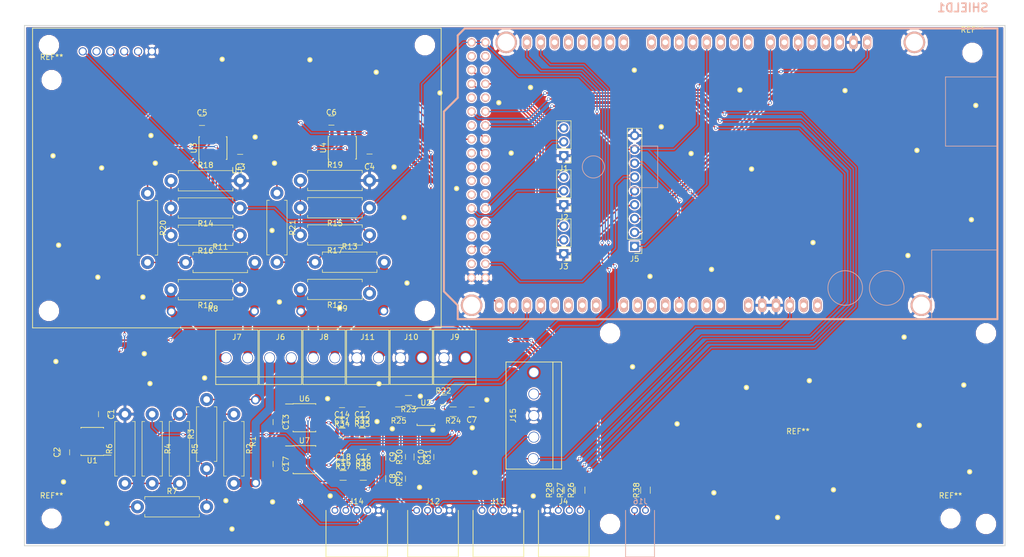
<source format=kicad_pcb>
(kicad_pcb (version 4) (host pcbnew 4.0.7)
  (layers (0 F.Cu signal) (31 B.Cu signal) (34 B.Paste user) (35 F.Paste user) (36 B.SilkS user) (37 F.SilkS user) (38 B.Mask user) (39 F.Mask user) (44 Edge.Cuts user))
  (net 0 "")
  (net 1 "Net-(SHIELD1-Pad14)")
  (net 2 "Net-(SHIELD1-Pad15)")
  (net 3 "Net-(SHIELD1-Pad16)")
  (net 4 "Net-(SHIELD1-Pad17)")
  (net 5 "Net-(SHIELD1-Pad18)")
  (net 6 "Net-(SHIELD1-Pad19)")
  (net 7 "Net-(SHIELD1-PadAD8)")
  (net 8 "Net-(SHIELD1-PadAD7)")
  (net 9 "Net-(SHIELD1-PadAD6)")
  (net 10 "Net-(SHIELD1-PadAD9)")
  (net 11 "Net-(SHIELD1-PadAD10)")
  (net 12 "Net-(SHIELD1-PadAD11)")
  (net 13 "Net-(SHIELD1-PadAD5)")
  (net 14 "Net-(SHIELD1-PadAD4)")
  (net 15 "Net-(SHIELD1-PadAD0)")
  (net 16 "Net-(SHIELD1-PadAD1)")
  (net 17 "Net-(SHIELD1-PadAD2)")
  (net 18 "Net-(SHIELD1-PadV_IN)")
  (net 19 "Net-(SHIELD1-Pad3V3)")
  (net 20 "Net-(SHIELD1-PadRST)")
  (net 21 "Net-(SHIELD1-Pad0)")
  (net 22 "Net-(SHIELD1-Pad1)")
  (net 23 "Net-(SHIELD1-Pad2)")
  (net 24 "Net-(SHIELD1-Pad3)")
  (net 25 "Net-(SHIELD1-Pad5)")
  (net 26 "Net-(SHIELD1-Pad6)")
  (net 27 "Net-(SHIELD1-Pad7)")
  (net 28 "Net-(SHIELD1-Pad9)")
  (net 29 "Net-(SHIELD1-Pad11)")
  (net 30 "Net-(SHIELD1-Pad12)")
  (net 31 "Net-(SHIELD1-Pad13)")
  (net 32 "Net-(SHIELD1-Pad22)")
  (net 33 "Net-(SHIELD1-Pad23)")
  (net 34 "Net-(SHIELD1-Pad24)")
  (net 35 "Net-(SHIELD1-Pad28)")
  (net 36 "Net-(SHIELD1-Pad29)")
  (net 37 "Net-(SHIELD1-Pad33)")
  (net 38 "Net-(SHIELD1-Pad37)")
  (net 39 "Net-(SHIELD1-Pad38)")
  (net 40 "Net-(SHIELD1-Pad39)")
  (net 41 "Net-(SHIELD1-Pad40)")
  (net 42 "Net-(SHIELD1-Pad41)")
  (net 43 "Net-(SHIELD1-Pad42)")
  (net 44 "Net-(SHIELD1-Pad43)")
  (net 45 "Net-(SHIELD1-Pad47)")
  (net 46 "Net-(SHIELD1-Pad48)")
  (net 47 "Net-(SHIELD1-Pad49)")
  (net 48 "Net-(SHIELD1-Pad53)")
  (net 49 GND)
  (net 50 /-12V)
  (net 51 /+12V)
  (net 52 "Net-(R2-Pad1)")
  (net 53 "Net-(R3-Pad1)")
  (net 54 "Net-(R4-Pad2)")
  (net 55 /Ain12)
  (net 56 "Net-(R10-Pad1)")
  (net 57 "Net-(R11-Pad1)")
  (net 58 "Net-(R12-Pad1)")
  (net 59 "Net-(R13-Pad1)")
  (net 60 "Net-(R14-Pad2)")
  (net 61 "Net-(R15-Pad2)")
  (net 62 /Ain13)
  (net 63 /Ain14)
  (net 64 /SCL)
  (net 65 "Net-(R23-Pad1)")
  (net 66 /SDA)
  (net 67 "Net-(R25-Pad1)")
  (net 68 "Net-(U1-Pad1)")
  (net 69 "Net-(U1-Pad5)")
  (net 70 "Net-(U1-Pad8)")
  (net 71 "Net-(U3-Pad1)")
  (net 72 "Net-(U3-Pad5)")
  (net 73 "Net-(U3-Pad8)")
  (net 74 "Net-(U4-Pad1)")
  (net 75 "Net-(U4-Pad5)")
  (net 76 "Net-(U4-Pad8)")
  (net 77 "Net-(U5-Pad5)")
  (net 78 "Net-(U6-Pad1)")
  (net 79 "Net-(U7-Pad1)")
  (net 80 "Net-(C8-Pad2)")
  (net 81 /Ain0)
  (net 82 /Ain1)
  (net 83 /+5V)
  (net 84 "Net-(C12-Pad2)")
  (net 85 /Ain2)
  (net 86 "Net-(C14-Pad2)")
  (net 87 "Net-(C16-Pad2)")
  (net 88 /Ain3)
  (net 89 "Net-(C18-Pad2)")
  (net 90 /PWM_X)
  (net 91 /DIR_X)
  (net 92 /PWM_Y)
  (net 93 /DIR_Y)
  (net 94 /PWM_Z)
  (net 95 /DIR_Z)
  (net 96 "Net-(J4-Pad1)")
  (net 97 "Net-(J4-Pad2)")
  (net 98 "Net-(J4-Pad3)")
  (net 99 /SD_cs)
  (net 100 /TFT_dc)
  (net 101 /TFT_cs)
  (net 102 /DI)
  (net 103 /DO)
  (net 104 /SCK)
  (net 105 /Joy)
  (net 106 "Net-(J6-Pad1)")
  (net 107 "Net-(J6-Pad2)")
  (net 108 "Net-(J7-Pad1)")
  (net 109 "Net-(J7-Pad2)")
  (net 110 "Net-(J8-Pad1)")
  (net 111 "Net-(J8-Pad2)")
  (net 112 /Ain15)
  (net 113 /LED_G)
  (net 114 /LED_R)
  (net 115 /LED_B)
  (net 116 /Rel_X)
  (net 117 /Rel_Y)
  (net 118 /Rel_Z)
  (net 119 "Net-(U6-Pad5)")
  (net 120 "Net-(U6-Pad8)")
  (net 121 "Net-(U7-Pad5)")
  (net 122 "Net-(U7-Pad8)")
  (net 123 /-5V)
  (net 124 "Net-(J12-Pad4)")
  (net 125 "Net-(J13-Pad4)")
  (net 126 "Net-(J14-Pad5)")
  (net 127 "Net-(J14-Pad4)")
  (module modules:via_20_38mil (layer F.Cu) (at 206.25 142.3)
    (fp_text reference via hide)
    (fp_text value 20/38mil hide)
    (pad 1 thru_hole circle (at 0 0) (size 0.9652 0.9652) (drill 0.508) (layers *.Cu *.Mask F.SilkS) (net 49 GND))
  )
  (module modules:via_20_38mil (layer F.Cu) (at 240.425 118)
    (fp_text reference via hide)
    (fp_text value 20/38mil hide)
    (pad 1 thru_hole circle (at 0 0) (size 0.9652 0.9652) (drill 0.508) (layers *.Cu *.Mask F.SilkS) (net 49 GND))
  )
  (module modules:via_20_38mil (layer F.Cu) (at 241.825 87.65)
    (fp_text reference via hide)
    (fp_text value 20/38mil hide)
    (pad 1 thru_hole circle (at 0 0) (size 0.9652 0.9652) (drill 0.508) (layers *.Cu *.Mask F.SilkS) (net 49 GND))
  )
  (module modules:via_20_38mil (layer F.Cu) (at 212.75 91.85)
    (fp_text reference via hide)
    (fp_text value 20/38mil hide)
    (pad 1 thru_hole circle (at 0 0) (size 0.9652 0.9652) (drill 0.508) (layers *.Cu *.Mask F.SilkS) (net 49 GND))
  )
  (module modules:via_20_38mil (layer F.Cu) (at 89.75 101.85)
    (fp_text reference via hide)
    (fp_text value 20/38mil hide)
    (pad 1 thru_hole circle (at 0 0) (size 0.9652 0.9652) (drill 0.508) (layers *.Cu *.Mask F.SilkS) (net 49 GND))
  )
  (module modules:via_20_38mil (layer F.Cu) (at 81.475 98.2)
    (fp_text reference via hide)
    (fp_text value 20/38mil hide)
    (pad 1 thru_hole circle (at 0 0) (size 0.9652 0.9652) (drill 0.508) (layers *.Cu *.Mask F.SilkS) (net 49 GND))
  )
  (module modules:via_20_38mil (layer F.Cu) (at 161.4 138.375)
    (fp_text reference via hide)
    (fp_text value 20/38mil hide)
    (pad 1 thru_hole circle (at 0 0) (size 0.9652 0.9652) (drill 0.508) (layers *.Cu *.Mask F.SilkS) (net 49 GND))
  )
  (module modules:via_20_38mil (layer F.Cu) (at 241.5 133.925)
    (fp_text reference via hide)
    (fp_text value 20/38mil hide)
    (pad 1 thru_hole circle (at 0 0) (size 0.9652 0.9652) (drill 0.508) (layers *.Cu *.Mask F.SilkS) (net 49 GND))
  )
  (module modules:via_20_38mil (layer F.Cu) (at 232.25 125.4)
    (fp_text reference via hide)
    (fp_text value 20/38mil hide)
    (pad 1 thru_hole circle (at 0 0) (size 0.9652 0.9652) (drill 0.508) (layers *.Cu *.Mask F.SilkS) (net 49 GND))
  )
  (module modules:via_20_38mil (layer F.Cu) (at 216.5 137.225)
    (fp_text reference via hide)
    (fp_text value 20/38mil hide)
    (pad 1 thru_hole circle (at 0 0) (size 0.9652 0.9652) (drill 0.508) (layers *.Cu *.Mask F.SilkS) (net 49 GND))
  )
  (module modules:via_20_38mil (layer F.Cu) (at 194.55 137.775)
    (fp_text reference via hide)
    (fp_text value 20/38mil hide)
    (pad 1 thru_hole circle (at 0 0) (size 0.9652 0.9652) (drill 0.508) (layers *.Cu *.Mask F.SilkS) (net 49 GND))
  )
  (module modules:via_20_38mil (layer F.Cu) (at 179.625 114.65)
    (fp_text reference via hide)
    (fp_text value 20/38mil hide)
    (pad 1 thru_hole circle (at 0 0) (size 0.9652 0.9652) (drill 0.508) (layers *.Cu *.Mask F.SilkS) (net 49 GND))
  )
  (module modules:via_20_38mil (layer F.Cu) (at 187.8 125.125)
    (fp_text reference via hide)
    (fp_text value 20/38mil hide)
    (pad 1 thru_hole circle (at 0 0) (size 0.9652 0.9652) (drill 0.508) (layers *.Cu *.Mask F.SilkS) (net 49 GND))
  )
  (module modules:via_20_38mil (layer F.Cu) (at 200.525 118.45)
    (fp_text reference via hide)
    (fp_text value 20/38mil hide)
    (pad 1 thru_hole circle (at 0 0) (size 0.9652 0.9652) (drill 0.508) (layers *.Cu *.Mask F.SilkS) (net 49 GND))
  )
  (module modules:via_20_38mil (layer F.Cu) (at 212.075 117.2)
    (fp_text reference via hide)
    (fp_text value 20/38mil hide)
    (pad 1 thru_hole circle (at 0 0) (size 0.9652 0.9652) (drill 0.508) (layers *.Cu *.Mask F.SilkS) (net 49 GND))
  )
  (module modules:via_20_38mil (layer F.Cu) (at 229.475 109.2)
    (fp_text reference via hide)
    (fp_text value 20/38mil hide)
    (pad 1 thru_hole circle (at 0 0) (size 0.9652 0.9652) (drill 0.508) (layers *.Cu *.Mask F.SilkS) (net 49 GND))
  )
  (module modules:via_20_38mil (layer F.Cu) (at 242.625 66.675)
    (fp_text reference via hide)
    (fp_text value 20/38mil hide)
    (pad 1 thru_hole circle (at 0 0) (size 0.9652 0.9652) (drill 0.508) (layers *.Cu *.Mask F.SilkS) (net 49 GND))
  )
  (module modules:via_20_38mil (layer F.Cu) (at 231.825 74.925)
    (fp_text reference via hide)
    (fp_text value 20/38mil hide)
    (pad 1 thru_hole circle (at 0 0) (size 0.9652 0.9652) (drill 0.508) (layers *.Cu *.Mask F.SilkS) (net 49 GND))
  )
  (module modules:via_20_38mil (layer F.Cu) (at 230.175 94.225)
    (fp_text reference via hide)
    (fp_text value 20/38mil hide)
    (pad 1 thru_hole circle (at 0 0) (size 0.9652 0.9652) (drill 0.508) (layers *.Cu *.Mask F.SilkS) (net 49 GND))
  )
  (module modules:via_20_38mil (layer F.Cu) (at 182.825 98.05)
    (fp_text reference via hide)
    (fp_text value 20/38mil hide)
    (pad 1 thru_hole circle (at 0 0) (size 0.9652 0.9652) (drill 0.508) (layers *.Cu *.Mask F.SilkS) (net 49 GND))
  )
  (module modules:via_20_38mil (layer F.Cu) (at 194.125 96.775)
    (fp_text reference via hide)
    (fp_text value 20/38mil hide)
    (pad 1 thru_hole circle (at 0 0) (size 0.9652 0.9652) (drill 0.508) (layers *.Cu *.Mask F.SilkS) (net 49 GND))
  )
  (module modules:via_20_38mil (layer F.Cu) (at 190.375 75.5)
    (fp_text reference via hide)
    (fp_text value 20/38mil hide)
    (pad 1 thru_hole circle (at 0 0) (size 0.9652 0.9652) (drill 0.508) (layers *.Cu *.Mask F.SilkS) (net 49 GND))
  )
  (module modules:via_20_38mil (layer F.Cu) (at 201.475 78.35)
    (fp_text reference via hide)
    (fp_text value 20/38mil hide)
    (pad 1 thru_hole circle (at 0 0) (size 0.9652 0.9652) (drill 0.508) (layers *.Cu *.Mask F.SilkS) (net 49 GND))
  )
  (module modules:via_20_38mil (layer F.Cu) (at 218.625 63.95)
    (fp_text reference via hide)
    (fp_text value 20/38mil hide)
    (pad 1 thru_hole circle (at 0 0) (size 0.9652 0.9652) (drill 0.508) (layers *.Cu *.Mask F.SilkS) (net 49 GND))
  )
  (module modules:via_20_38mil (layer F.Cu) (at 199.325 63.85)
    (fp_text reference via hide)
    (fp_text value 20/38mil hide)
    (pad 1 thru_hole circle (at 0 0) (size 0.9652 0.9652) (drill 0.508) (layers *.Cu *.Mask F.SilkS) (net 49 GND))
  )
  (module modules:via_20_38mil (layer F.Cu) (at 184.9 70.6)
    (fp_text reference via hide)
    (fp_text value 20/38mil hide)
    (pad 1 thru_hole circle (at 0 0) (size 0.9652 0.9652) (drill 0.508) (layers *.Cu *.Mask F.SilkS) (net 49 GND))
  )
  (module modules:via_20_38mil (layer F.Cu) (at 179.95 60.2)
    (fp_text reference via hide)
    (fp_text value 20/38mil hide)
    (pad 1 thru_hole circle (at 0 0) (size 0.9652 0.9652) (drill 0.508) (layers *.Cu *.Mask F.SilkS) (net 49 GND))
  )
  (module modules:via_20_38mil (layer F.Cu) (at 160.9 63.375)
    (fp_text reference via hide)
    (fp_text value 20/38mil hide)
    (pad 1 thru_hole circle (at 0 0) (size 0.9652 0.9652) (drill 0.508) (layers *.Cu *.Mask F.SilkS) (net 49 GND))
  )
  (module modules:via_20_38mil (layer F.Cu) (at 155.075 66.175)
    (fp_text reference via hide)
    (fp_text value 20/38mil hide)
    (pad 1 thru_hole circle (at 0 0) (size 0.9652 0.9652) (drill 0.508) (layers *.Cu *.Mask F.SilkS) (net 49 GND))
  )
  (module modules:via_20_38mil (layer F.Cu) (at 157.35 75.425)
    (fp_text reference via hide)
    (fp_text value 20/38mil hide)
    (pad 1 thru_hole circle (at 0 0) (size 0.9652 0.9652) (drill 0.508) (layers *.Cu *.Mask F.SilkS) (net 49 GND))
  )
  (module modules:via_20_38mil (layer F.Cu) (at 147.325 81.925)
    (fp_text reference via hide)
    (fp_text value 20/38mil hide)
    (pad 1 thru_hole circle (at 0 0) (size 0.9652 0.9652) (drill 0.508) (layers *.Cu *.Mask F.SilkS) (net 49 GND))
  )
  (module modules:via_20_38mil (layer F.Cu) (at 137.675 87.25)
    (fp_text reference via hide)
    (fp_text value 20/38mil hide)
    (pad 1 thru_hole circle (at 0 0) (size 0.9652 0.9652) (drill 0.508) (layers *.Cu *.Mask F.SilkS) (net 49 GND))
  )
  (module modules:via_20_38mil (layer F.Cu) (at 144.275 64.375)
    (fp_text reference via hide)
    (fp_text value 20/38mil hide)
    (pad 1 thru_hole circle (at 0 0) (size 0.9652 0.9652) (drill 0.508) (layers *.Cu *.Mask F.SilkS) (net 49 GND))
  )
  (module modules:via_20_38mil (layer F.Cu) (at 132.575 60.575)
    (fp_text reference via hide)
    (fp_text value 20/38mil hide)
    (pad 1 thru_hole circle (at 0 0) (size 0.9652 0.9652) (drill 0.508) (layers *.Cu *.Mask F.SilkS) (net 49 GND))
  )
  (module modules:via_20_38mil (layer F.Cu) (at 120.4 58.3)
    (fp_text reference via hide)
    (fp_text value 20/38mil hide)
    (pad 1 thru_hole circle (at 0 0) (size 0.9652 0.9652) (drill 0.508) (layers *.Cu *.Mask F.SilkS) (net 49 GND))
  )
  (module modules:via_20_38mil (layer F.Cu) (at 104.3 58.2)
    (fp_text reference via hide)
    (fp_text value 20/38mil hide)
    (pad 1 thru_hole circle (at 0 0) (size 0.9652 0.9652) (drill 0.508) (layers *.Cu *.Mask F.SilkS) (net 49 GND))
  )
  (module modules:via_20_38mil (layer F.Cu) (at 73.25 75.925)
    (fp_text reference via hide)
    (fp_text value 20/38mil hide)
    (pad 1 thru_hole circle (at 0 0) (size 0.9652 0.9652) (drill 0.508) (layers *.Cu *.Mask F.SilkS) (net 49 GND))
  )
  (module modules:via_20_38mil (layer F.Cu) (at 74.275 92.325)
    (fp_text reference via hide)
    (fp_text value 20/38mil hide)
    (pad 1 thru_hole circle (at 0 0) (size 0.9652 0.9652) (drill 0.508) (layers *.Cu *.Mask F.SilkS) (net 49 GND))
  )
  (module modules:via_20_38mil (layer F.Cu) (at 91.05 117.725)
    (fp_text reference via hide)
    (fp_text value 20/38mil hide)
    (pad 1 thru_hole circle (at 0 0) (size 0.9652 0.9652) (drill 0.508) (layers *.Cu *.Mask F.SilkS) (net 49 GND))
  )
  (module modules:via_20_38mil (layer F.Cu) (at 73.775 113.675)
    (fp_text reference via hide)
    (fp_text value 20/38mil hide)
    (pad 1 thru_hole circle (at 0 0) (size 0.9652 0.9652) (drill 0.508) (layers *.Cu *.Mask F.SilkS) (net 49 GND))
  )
  (module modules:via_20_38mil (layer F.Cu) (at 75.175 135.775)
    (fp_text reference via hide)
    (fp_text value 20/38mil hide)
    (pad 1 thru_hole circle (at 0 0) (size 0.9652 0.9652) (drill 0.508) (layers *.Cu *.Mask F.SilkS) (net 49 GND))
  )
  (module modules:via_20_38mil (layer F.Cu) (at 83.175 143.4)
    (fp_text reference via hide)
    (fp_text value 20/38mil hide)
    (pad 1 thru_hole circle (at 0 0) (size 0.9652 0.9652) (drill 0.508) (layers *.Cu *.Mask F.SilkS) (net 49 GND))
  )
  (module modules:via_20_38mil (layer F.Cu) (at 106.1 144.425)
    (fp_text reference via hide)
    (fp_text value 20/38mil hide)
    (pad 1 thru_hole circle (at 0 0) (size 0.9652 0.9652) (drill 0.508) (layers *.Cu *.Mask F.SilkS) (net 49 GND))
  )
  (module modules:via_20_38mil (layer F.Cu) (at 104.975 139.225)
    (fp_text reference via hide)
    (fp_text value 20/38mil hide)
    (pad 1 thru_hole circle (at 0 0) (size 0.9652 0.9652) (drill 0.508) (layers *.Cu *.Mask F.SilkS) (net 49 GND))
  )
  (module modules:via_20_38mil (layer F.Cu) (at 113.55 139.45)
    (fp_text reference via hide)
    (fp_text value 20/38mil hide)
    (pad 1 thru_hole circle (at 0 0) (size 0.9652 0.9652) (drill 0.508) (layers *.Cu *.Mask F.SilkS) (net 49 GND))
  )
  (module modules:via_20_38mil (layer F.Cu) (at 124.125 138.35)
    (fp_text reference via hide)
    (fp_text value 20/38mil hide)
    (pad 1 thru_hole circle (at 0 0) (size 0.9652 0.9652) (drill 0.508) (layers *.Cu *.Mask F.SilkS) (net 49 GND))
  )
  (module modules:via_20_38mil (layer F.Cu) (at 140.525 136.775)
    (fp_text reference via hide)
    (fp_text value 20/38mil hide)
    (pad 1 thru_hole circle (at 0 0) (size 0.9652 0.9652) (drill 0.508) (layers *.Cu *.Mask F.SilkS) (net 49 GND))
  )
  (module modules:via_20_38mil (layer F.Cu) (at 150.7 134.05)
    (fp_text reference via hide)
    (fp_text value 20/38mil hide)
    (pad 1 thru_hole circle (at 0 0) (size 0.9652 0.9652) (drill 0.508) (layers *.Cu *.Mask F.SilkS) (net 49 GND))
  )
  (module modules:via_20_38mil (layer F.Cu) (at 152.875 120.725)
    (fp_text reference via hide)
    (fp_text value 20/38mil hide)
    (pad 1 thru_hole circle (at 0 0) (size 0.9652 0.9652) (drill 0.508) (layers *.Cu *.Mask F.SilkS) (net 49 GND))
  )
  (module modules:via_20_38mil (layer F.Cu) (at 150.2 125.85)
    (fp_text reference via hide)
    (fp_text value 20/38mil hide)
    (pad 1 thru_hole circle (at 0 0) (size 0.9652 0.9652) (drill 0.508) (layers *.Cu *.Mask F.SilkS) (net 49 GND))
  )
  (module modules:via_20_38mil (layer F.Cu) (at 135.525 126.025)
    (fp_text reference via hide)
    (fp_text value 20/38mil hide)
    (pad 1 thru_hole circle (at 0 0) (size 0.9652 0.9652) (drill 0.508) (layers *.Cu *.Mask F.SilkS) (net 49 GND))
  )
  (module modules:via_20_38mil (layer F.Cu) (at 135.85 77.975)
    (fp_text reference via hide)
    (fp_text value 20/38mil hide)
    (pad 1 thru_hole circle (at 0 0) (size 0.9652 0.9652) (drill 0.508) (layers *.Cu *.Mask F.SilkS) (net 49 GND))
  )
  (module modules:via_20_38mil (layer F.Cu) (at 110.35 72.475)
    (fp_text reference via hide)
    (fp_text value 20/38mil hide)
    (pad 1 thru_hole circle (at 0 0) (size 0.9652 0.9652) (drill 0.508) (layers *.Cu *.Mask F.SilkS) (net 49 GND))
  )
  (module modules:via_20_38mil (layer F.Cu) (at 92.025 77.275)
    (fp_text reference via hide)
    (fp_text value 20/38mil hide)
    (pad 1 thru_hole circle (at 0 0) (size 0.9652 0.9652) (drill 0.508) (layers *.Cu *.Mask F.SilkS) (net 49 GND))
  )
  (module modules:via_20_38mil (layer F.Cu) (at 91.225 72.2)
    (fp_text reference via hide)
    (fp_text value 20/38mil hide)
    (pad 1 thru_hole circle (at 0 0) (size 0.9652 0.9652) (drill 0.508) (layers *.Cu *.Mask F.SilkS) (net 49 GND))
  )
  (module modules:via_20_38mil (layer F.Cu) (at 82.175 78.15)
    (fp_text reference via hide)
    (fp_text value 20/38mil hide)
    (pad 1 thru_hole circle (at 0 0) (size 0.9652 0.9652) (drill 0.508) (layers *.Cu *.Mask F.SilkS) (net 49 GND))
  )
  (module modules:via_20_38mil (layer F.Cu) (at 113.9 77.275)
    (fp_text reference via hide)
    (fp_text value 20/38mil hide)
    (pad 1 thru_hole circle (at 0 0) (size 0.9652 0.9652) (drill 0.508) (layers *.Cu *.Mask F.SilkS) (net 49 GND))
  )
  (module modules:via_20_38mil (layer F.Cu) (at 113.45 89.625)
    (fp_text reference via hide)
    (fp_text value 20/38mil hide)
    (pad 1 thru_hole circle (at 0 0) (size 0.9652 0.9652) (drill 0.508) (layers *.Cu *.Mask F.SilkS) (net 49 GND))
  )
  (module modules:via_20_38mil (layer F.Cu) (at 138.225 99.275)
    (fp_text reference via hide)
    (fp_text value 20/38mil hide)
    (pad 1 thru_hole circle (at 0 0) (size 0.9652 0.9652) (drill 0.508) (layers *.Cu *.Mask F.SilkS) (net 49 GND))
  )
  (module modules:via_20_38mil (layer F.Cu) (at 125.875 103.85)
    (fp_text reference via hide)
    (fp_text value 20/38mil hide)
    (pad 1 thru_hole circle (at 0 0) (size 0.9652 0.9652) (drill 0.508) (layers *.Cu *.Mask F.SilkS) (net 49 GND))
  )
  (module modules:via_20_38mil (layer F.Cu) (at 114.8 102.75)
    (fp_text reference via hide)
    (fp_text value 20/38mil hide)
    (pad 1 thru_hole circle (at 0 0) (size 0.9652 0.9652) (drill 0.508) (layers *.Cu *.Mask F.SilkS) (net 49 GND))
  )
  (module modules:via_20_38mil (layer F.Cu) (at 90 112.25)
    (fp_text reference via hide)
    (fp_text value 20/38mil hide)
    (pad 1 thru_hole circle (at 0 0) (size 0.9652 0.9652) (drill 0.508) (layers *.Cu *.Mask F.SilkS) (net 49 GND))
  )
  (module modules:via_20_38mil (layer F.Cu) (at 101.075 116.7)
    (fp_text reference via hide)
    (fp_text value 20/38mil hide)
    (pad 1 thru_hole circle (at 0 0) (size 0.9652 0.9652) (drill 0.508) (layers *.Cu *.Mask F.SilkS) (net 49 GND))
  )
  (module modules:via_20_38mil (layer F.Cu) (at 123.65 120.5)
    (fp_text reference via hide)
    (fp_text value 20/38mil hide)
    (pad 1 thru_hole circle (at 0 0) (size 0.9652 0.9652) (drill 0.508) (layers *.Cu *.Mask F.SilkS) (net 49 GND))
  )
  (module modules:via_20_38mil (layer F.Cu) (at 133.075 117.775)
    (fp_text reference via hide)
    (fp_text value 20/38mil hide)
    (pad 1 thru_hole circle (at 0 0) (size 0.9652 0.9652) (drill 0.508) (layers *.Cu *.Mask F.SilkS) (net 49 GND))
  )
  (module modules:via_20_38mil (layer F.Cu) (at 140.675 120.05)
    (fp_text reference via hide)
    (fp_text value 20/38mil hide)
    (pad 1 thru_hole circle (at 0 0) (size 0.9652 0.9652) (drill 0.508) (layers *.Cu *.Mask F.SilkS) (net 49 GND))
  )
  (module modules:via_20_38mil (layer F.Cu) (at 132.725 124.7)
    (fp_text reference via hide)
    (fp_text value 20/38mil hide)
    (pad 1 thru_hole circle (at 0 0) (size 0.9652 0.9652) (drill 0.508) (layers *.Cu *.Mask F.SilkS) (net 49 GND))
  )
  (module Mounting_Holes:MountingHole_3.2mm_M3 (layer F.Cu) (at 73 62)
    (fp_text reference REF** (at 0 -4.2) (layer F.SilkS))
    (fp_text value MountingHole_3.2mm_M3)
    (pad 1 np_thru_hole circle (at 0 0) (size 3.2 3.2) (drill 3.2) (layers *.Cu *.Mask))
  )
  (module Mounting_Holes:MountingHole_3.2mm_M3 (layer F.Cu) (at 238 142.5)
    (fp_text reference REF** (at 0 -4.2) (layer F.SilkS))
    (fp_text value MountingHole_3.2mm_M3)
    (pad 1 np_thru_hole circle (at 0 0) (size 3.2 3.2) (drill 3.2) (layers *.Cu *.Mask))
  )
  (module Mounting_Holes:MountingHole_3.2mm_M3 (layer F.Cu) (at 242 57)
    (fp_text reference REF** (at 0 -4.2) (layer F.SilkS))
    (fp_text value MountingHole_3.2mm_M3)
    (pad 1 np_thru_hole circle (at 0 0) (size 3.2 3.2) (drill 3.2) (layers *.Cu *.Mask))
  )
  (module arduino_shields:ARDUINO_MEGA_SHIELD_040pins (layer B.Cu) (at 246.6 105.9 180)
    (fp_text reference SHIELD1 (at 6.35 57.15 180) (layer B.SilkS) (effects (font (thickness 0.3048)) (justify mirror)))
    (fp_text value ARDUINO_MEGA_SHIELD hide)
    (pad 14 thru_hole oval (at 68.58 50.8 90) (size 2.54 1.524) (drill 1.016) (layers *.Cu *.Mask B.SilkS) (net 1 "Net-(SHIELD1-Pad14)"))
    (pad 15 thru_hole oval (at 71.12 50.8 90) (size 2.54 1.524) (drill 1.016) (layers *.Cu *.Mask B.SilkS) (net 2 "Net-(SHIELD1-Pad15)"))
    (pad 16 thru_hole oval (at 73.66 50.8 90) (size 2.54 1.524) (drill 1.016) (layers *.Cu *.Mask B.SilkS) (net 3 "Net-(SHIELD1-Pad16)"))
    (pad 17 thru_hole oval (at 76.2 50.8 90) (size 2.54 1.524) (drill 1.016) (layers *.Cu *.Mask B.SilkS) (net 4 "Net-(SHIELD1-Pad17)"))
    (pad 18 thru_hole oval (at 78.74 50.8 90) (size 2.54 1.524) (drill 1.016) (layers *.Cu *.Mask B.SilkS) (net 5 "Net-(SHIELD1-Pad18)"))
    (pad 19 thru_hole oval (at 81.28 50.8 90) (size 2.54 1.524) (drill 1.016) (layers *.Cu *.Mask B.SilkS) (net 6 "Net-(SHIELD1-Pad19)"))
    (pad 20 thru_hole oval (at 83.82 50.8 90) (size 2.54 1.524) (drill 1.016) (layers *.Cu *.Mask B.SilkS) (net 66 /SDA))
    (pad 21 thru_hole oval (at 86.36 50.8 90) (size 2.54 1.524) (drill 1.016) (layers *.Cu *.Mask B.SilkS) (net 64 /SCL))
    (pad AD15 thru_hole oval (at 91.44 2.54 90) (size 2.54 1.524) (drill 1.016) (layers *.Cu *.Mask B.SilkS) (net 112 /Ain15))
    (pad AD14 thru_hole oval (at 88.9 2.54 90) (size 2.54 1.524) (drill 1.016) (layers *.Cu *.Mask B.SilkS) (net 63 /Ain14))
    (pad AD13 thru_hole oval (at 86.36 2.54 90) (size 2.54 1.524) (drill 1.016) (layers *.Cu *.Mask B.SilkS) (net 62 /Ain13))
    (pad AD12 thru_hole oval (at 83.82 2.54 90) (size 2.54 1.524) (drill 1.016) (layers *.Cu *.Mask B.SilkS) (net 55 /Ain12))
    (pad AD8 thru_hole oval (at 73.66 2.54 90) (size 2.54 1.524) (drill 1.016) (layers *.Cu *.Mask B.SilkS) (net 7 "Net-(SHIELD1-PadAD8)"))
    (pad AD7 thru_hole oval (at 68.58 2.54 90) (size 2.54 1.524) (drill 1.016) (layers *.Cu *.Mask B.SilkS) (net 8 "Net-(SHIELD1-PadAD7)"))
    (pad AD6 thru_hole oval (at 66.04 2.54 90) (size 2.54 1.524) (drill 1.016) (layers *.Cu *.Mask B.SilkS) (net 9 "Net-(SHIELD1-PadAD6)"))
    (pad AD9 thru_hole oval (at 76.2 2.54 90) (size 2.54 1.524) (drill 1.016) (layers *.Cu *.Mask B.SilkS) (net 10 "Net-(SHIELD1-PadAD9)"))
    (pad AD10 thru_hole oval (at 78.74 2.54 90) (size 2.54 1.524) (drill 1.016) (layers *.Cu *.Mask B.SilkS) (net 11 "Net-(SHIELD1-PadAD10)"))
    (pad AD11 thru_hole oval (at 81.28 2.54 90) (size 2.54 1.524) (drill 1.016) (layers *.Cu *.Mask B.SilkS) (net 12 "Net-(SHIELD1-PadAD11)"))
    (pad AD5 thru_hole oval (at 63.5 2.54 90) (size 2.54 1.524) (drill 1.016) (layers *.Cu *.Mask B.SilkS) (net 13 "Net-(SHIELD1-PadAD5)"))
    (pad AD4 thru_hole oval (at 60.96 2.54 90) (size 2.54 1.524) (drill 1.016) (layers *.Cu *.Mask B.SilkS) (net 14 "Net-(SHIELD1-PadAD4)"))
    (pad AD3 thru_hole oval (at 58.42 2.54 90) (size 2.54 1.524) (drill 1.016) (layers *.Cu *.Mask B.SilkS) (net 105 /Joy))
    (pad AD0 thru_hole oval (at 50.8 2.54 90) (size 2.54 1.524) (drill 1.016) (layers *.Cu *.Mask B.SilkS) (net 15 "Net-(SHIELD1-PadAD0)"))
    (pad AD1 thru_hole oval (at 53.34 2.54 90) (size 2.54 1.524) (drill 1.016) (layers *.Cu *.Mask B.SilkS) (net 16 "Net-(SHIELD1-PadAD1)"))
    (pad AD2 thru_hole oval (at 55.88 2.54 90) (size 2.54 1.524) (drill 1.016) (layers *.Cu *.Mask B.SilkS) (net 17 "Net-(SHIELD1-PadAD2)"))
    (pad V_IN thru_hole oval (at 45.72 2.54 90) (size 2.54 1.524) (drill 1.016) (layers *.Cu *.Mask B.SilkS) (net 18 "Net-(SHIELD1-PadV_IN)"))
    (pad GND2 thru_hole oval (at 43.18 2.54 90) (size 2.54 1.524) (drill 1.016) (layers *.Cu *.Mask B.SilkS) (net 49 GND))
    (pad GND1 thru_hole oval (at 40.64 2.54 90) (size 2.54 1.524) (drill 1.016) (layers *.Cu *.Mask B.SilkS) (net 49 GND))
    (pad 3V3 thru_hole oval (at 35.56 2.54 90) (size 2.54 1.524) (drill 1.016) (layers *.Cu *.Mask B.SilkS) (net 19 "Net-(SHIELD1-Pad3V3)"))
    (pad RST thru_hole oval (at 33.02 2.54 90) (size 2.54 1.524) (drill 1.016) (layers *.Cu *.Mask B.SilkS) (net 20 "Net-(SHIELD1-PadRST)"))
    (pad 0 thru_hole oval (at 63.5 50.8 90) (size 2.54 1.524) (drill 1.016) (layers *.Cu *.Mask B.SilkS) (net 21 "Net-(SHIELD1-Pad0)"))
    (pad 1 thru_hole oval (at 60.96 50.8 90) (size 2.54 1.524) (drill 1.016) (layers *.Cu *.Mask B.SilkS) (net 22 "Net-(SHIELD1-Pad1)"))
    (pad 2 thru_hole oval (at 58.42 50.8 90) (size 2.54 1.524) (drill 1.016) (layers *.Cu *.Mask B.SilkS) (net 23 "Net-(SHIELD1-Pad2)"))
    (pad 3 thru_hole oval (at 55.88 50.8 90) (size 2.54 1.524) (drill 1.016) (layers *.Cu *.Mask B.SilkS) (net 24 "Net-(SHIELD1-Pad3)"))
    (pad 4 thru_hole oval (at 53.34 50.8 90) (size 2.54 1.524) (drill 1.016) (layers *.Cu *.Mask B.SilkS) (net 99 /SD_cs))
    (pad 5 thru_hole oval (at 50.8 50.8 90) (size 2.54 1.524) (drill 1.016) (layers *.Cu *.Mask B.SilkS) (net 25 "Net-(SHIELD1-Pad5)"))
    (pad 6 thru_hole oval (at 48.26 50.8 90) (size 2.54 1.524) (drill 1.016) (layers *.Cu *.Mask B.SilkS) (net 26 "Net-(SHIELD1-Pad6)"))
    (pad 7 thru_hole oval (at 45.72 50.8 90) (size 2.54 1.524) (drill 1.016) (layers *.Cu *.Mask B.SilkS) (net 27 "Net-(SHIELD1-Pad7)"))
    (pad 8 thru_hole oval (at 41.656 50.8 90) (size 2.54 1.524) (drill 1.016) (layers *.Cu *.Mask B.SilkS) (net 100 /TFT_dc))
    (pad 9 thru_hole oval (at 39.116 50.8 90) (size 2.54 1.524) (drill 1.016) (layers *.Cu *.Mask B.SilkS) (net 28 "Net-(SHIELD1-Pad9)"))
    (pad 10 thru_hole oval (at 36.576 50.8 90) (size 2.54 1.524) (drill 1.016) (layers *.Cu *.Mask B.SilkS) (net 101 /TFT_cs))
    (pad 11 thru_hole oval (at 34.036 50.8 90) (size 2.54 1.524) (drill 1.016) (layers *.Cu *.Mask B.SilkS) (net 29 "Net-(SHIELD1-Pad11)"))
    (pad 12 thru_hole oval (at 31.496 50.8 90) (size 2.54 1.524) (drill 1.016) (layers *.Cu *.Mask B.SilkS) (net 30 "Net-(SHIELD1-Pad12)"))
    (pad 13 thru_hole oval (at 28.956 50.8 90) (size 2.54 1.524) (drill 1.016) (layers *.Cu *.Mask B.SilkS) (net 31 "Net-(SHIELD1-Pad13)"))
    (pad GND3 thru_hole oval (at 26.416 50.8 90) (size 2.54 1.524) (drill 1.016) (layers *.Cu *.Mask B.SilkS) (net 49 GND))
    (pad AREF thru_hole oval (at 23.876 50.8 90) (size 2.54 1.524) (drill 1.016) (layers *.Cu *.Mask B.SilkS) (net 83 /+5V))
    (pad 5V thru_hole oval (at 38.1 2.54 90) (size 2.54 1.524) (drill 1.016) (layers *.Cu *.Mask B.SilkS) (net 83 /+5V))
    (pad GND1 thru_hole circle (at 96.52 2.54 90) (size 3.937 3.937) (drill 3.175) (layers *.Cu *.Mask B.SilkS) (net 49 GND))
    (pad GND1 thru_hole circle (at 90.17 50.8 90) (size 3.937 3.937) (drill 3.175) (layers *.Cu *.Mask B.SilkS) (net 49 GND))
    (pad GND1 thru_hole circle (at 15.24 50.8 90) (size 3.937 3.937) (drill 3.175) (layers *.Cu *.Mask B.SilkS) (net 49 GND))
    (pad GND1 thru_hole circle (at 13.97 2.54 90) (size 3.937 3.937) (drill 3.175) (layers *.Cu *.Mask B.SilkS) (net 49 GND))
    (pad 22 thru_hole circle (at 93.98 48.26 180) (size 1.524 1.524) (drill 1.016) (layers *.Cu *.Mask B.SilkS) (net 32 "Net-(SHIELD1-Pad22)"))
    (pad 23 thru_hole circle (at 96.52 48.26 180) (size 1.524 1.524) (drill 1.016) (layers *.Cu *.Mask B.SilkS) (net 33 "Net-(SHIELD1-Pad23)"))
    (pad 24 thru_hole circle (at 93.98 45.72 180) (size 1.524 1.524) (drill 1.016) (layers *.Cu *.Mask B.SilkS) (net 34 "Net-(SHIELD1-Pad24)"))
    (pad 25 thru_hole circle (at 96.52 45.72 180) (size 1.524 1.524) (drill 1.016) (layers *.Cu *.Mask B.SilkS) (net 91 /DIR_X))
    (pad 26 thru_hole circle (at 93.98 43.18 180) (size 1.524 1.524) (drill 1.016) (layers *.Cu *.Mask B.SilkS) (net 93 /DIR_Y))
    (pad 27 thru_hole circle (at 96.52 43.18 180) (size 1.524 1.524) (drill 1.016) (layers *.Cu *.Mask B.SilkS) (net 95 /DIR_Z))
    (pad 28 thru_hole circle (at 93.98 40.64 180) (size 1.524 1.524) (drill 1.016) (layers *.Cu *.Mask B.SilkS) (net 35 "Net-(SHIELD1-Pad28)"))
    (pad 29 thru_hole circle (at 96.52 40.64 180) (size 1.524 1.524) (drill 1.016) (layers *.Cu *.Mask B.SilkS) (net 36 "Net-(SHIELD1-Pad29)"))
    (pad 5V_4 thru_hole circle (at 93.98 50.8 180) (size 1.524 1.524) (drill 1.016) (layers *.Cu *.Mask B.SilkS) (net 83 /+5V))
    (pad 5V_5 thru_hole circle (at 96.52 50.8 180) (size 1.524 1.524) (drill 1.016) (layers *.Cu *.Mask B.SilkS) (net 83 /+5V))
    (pad 31 thru_hole circle (at 96.52 38.1 180) (size 1.524 1.524) (drill 1.016) (layers *.Cu *.Mask B.SilkS) (net 113 /LED_G))
    (pad 30 thru_hole circle (at 93.98 38.1 180) (size 1.524 1.524) (drill 1.016) (layers *.Cu *.Mask B.SilkS) (net 114 /LED_R))
    (pad 32 thru_hole circle (at 93.98 35.56 180) (size 1.524 1.524) (drill 1.016) (layers *.Cu *.Mask B.SilkS) (net 115 /LED_B))
    (pad 33 thru_hole circle (at 96.52 35.56 180) (size 1.524 1.524) (drill 1.016) (layers *.Cu *.Mask B.SilkS) (net 37 "Net-(SHIELD1-Pad33)"))
    (pad 34 thru_hole circle (at 93.98 33.02 180) (size 1.524 1.524) (drill 1.016) (layers *.Cu *.Mask B.SilkS) (net 116 /Rel_X))
    (pad 35 thru_hole circle (at 96.52 33.02 180) (size 1.524 1.524) (drill 1.016) (layers *.Cu *.Mask B.SilkS) (net 117 /Rel_Y))
    (pad 36 thru_hole circle (at 93.98 30.48 180) (size 1.524 1.524) (drill 1.016) (layers *.Cu *.Mask B.SilkS) (net 118 /Rel_Z))
    (pad 37 thru_hole circle (at 96.52 30.48 180) (size 1.524 1.524) (drill 1.016) (layers *.Cu *.Mask B.SilkS) (net 38 "Net-(SHIELD1-Pad37)"))
    (pad 38 thru_hole circle (at 93.98 27.94 180) (size 1.524 1.524) (drill 1.016) (layers *.Cu *.Mask B.SilkS) (net 39 "Net-(SHIELD1-Pad38)"))
    (pad 39 thru_hole circle (at 96.52 27.94 180) (size 1.524 1.524) (drill 1.016) (layers *.Cu *.Mask B.SilkS) (net 40 "Net-(SHIELD1-Pad39)"))
    (pad 40 thru_hole circle (at 93.98 25.4 180) (size 1.524 1.524) (drill 1.016) (layers *.Cu *.Mask B.SilkS) (net 41 "Net-(SHIELD1-Pad40)"))
    (pad 41 thru_hole circle (at 96.52 25.4 180) (size 1.524 1.524) (drill 1.016) (layers *.Cu *.Mask B.SilkS) (net 42 "Net-(SHIELD1-Pad41)"))
    (pad 42 thru_hole circle (at 93.98 22.86 180) (size 1.524 1.524) (drill 1.016) (layers *.Cu *.Mask B.SilkS) (net 43 "Net-(SHIELD1-Pad42)"))
    (pad 43 thru_hole circle (at 96.52 22.86 180) (size 1.524 1.524) (drill 1.016) (layers *.Cu *.Mask B.SilkS) (net 44 "Net-(SHIELD1-Pad43)"))
    (pad 44 thru_hole circle (at 93.98 20.32 180) (size 1.524 1.524) (drill 1.016) (layers *.Cu *.Mask B.SilkS) (net 90 /PWM_X))
    (pad 45 thru_hole circle (at 96.52 20.32 180) (size 1.524 1.524) (drill 1.016) (layers *.Cu *.Mask B.SilkS) (net 92 /PWM_Y))
    (pad 46 thru_hole circle (at 93.98 17.78 180) (size 1.524 1.524) (drill 1.016) (layers *.Cu *.Mask B.SilkS) (net 94 /PWM_Z))
    (pad 47 thru_hole circle (at 96.52 17.78 180) (size 1.524 1.524) (drill 1.016) (layers *.Cu *.Mask B.SilkS) (net 45 "Net-(SHIELD1-Pad47)"))
    (pad 48 thru_hole circle (at 93.98 15.24 180) (size 1.524 1.524) (drill 1.016) (layers *.Cu *.Mask B.SilkS) (net 46 "Net-(SHIELD1-Pad48)"))
    (pad 49 thru_hole circle (at 96.52 15.24 180) (size 1.524 1.524) (drill 1.016) (layers *.Cu *.Mask B.SilkS) (net 47 "Net-(SHIELD1-Pad49)"))
    (pad 50 thru_hole circle (at 93.98 12.7 180) (size 1.524 1.524) (drill 1.016) (layers *.Cu *.Mask B.SilkS) (net 102 /DI))
    (pad 51 thru_hole circle (at 96.52 12.7 180) (size 1.524 1.524) (drill 1.016) (layers *.Cu *.Mask B.SilkS) (net 103 /DO))
    (pad 52 thru_hole circle (at 93.98 10.16 180) (size 1.524 1.524) (drill 1.016) (layers *.Cu *.Mask B.SilkS) (net 104 /SCK))
    (pad 53 thru_hole circle (at 96.52 10.16 180) (size 1.524 1.524) (drill 1.016) (layers *.Cu *.Mask B.SilkS) (net 48 "Net-(SHIELD1-Pad53)"))
    (pad GND4 thru_hole circle (at 93.98 7.62 180) (size 1.524 1.524) (drill 1.016) (layers *.Cu *.Mask B.SilkS) (net 49 GND))
    (pad GND5 thru_hole circle (at 96.52 7.62 180) (size 1.524 1.524) (drill 1.016) (layers *.Cu *.Mask B.SilkS) (net 49 GND))
  )
  (module Capacitors_SMD:C_0805 (layer F.Cu) (at 82.45 123.35 270)
    (fp_text reference C1 (at 0 -1.5 270) (layer F.SilkS))
    (fp_text value C)
    (pad 1 smd rect (at -1 0 270) (size 1 1.25) (layers F.Cu F.Paste F.Mask) (net 49 GND))
    (pad 2 smd rect (at 1 0 270) (size 1 1.25) (layers F.Cu F.Paste F.Mask) (net 50 /-12V))
  )
  (module Capacitors_SMD:C_0805 (layer F.Cu) (at 75.45 130.35 90)
    (fp_text reference C2 (at 0 -1.5 90) (layer F.SilkS))
    (fp_text value C)
    (pad 1 smd rect (at -1 0 90) (size 1 1.25) (layers F.Cu F.Paste F.Mask) (net 49 GND))
    (pad 2 smd rect (at 1 0 90) (size 1 1.25) (layers F.Cu F.Paste F.Mask) (net 51 /+12V))
  )
  (module Capacitors_SMD:C_0805 (layer F.Cu) (at 107.6 76.5 180)
    (fp_text reference C3 (at 0 -1.5 180) (layer F.SilkS))
    (fp_text value C)
    (pad 1 smd rect (at -1 0 180) (size 1 1.25) (layers F.Cu F.Paste F.Mask) (net 49 GND))
    (pad 2 smd rect (at 1 0 180) (size 1 1.25) (layers F.Cu F.Paste F.Mask) (net 50 /-12V))
  )
  (module Capacitors_SMD:C_0805 (layer F.Cu) (at 131.35 76.45 180)
    (fp_text reference C4 (at 0 -1.5 180) (layer F.SilkS))
    (fp_text value C)
    (pad 1 smd rect (at -1 0 180) (size 1 1.25) (layers F.Cu F.Paste F.Mask) (net 49 GND))
    (pad 2 smd rect (at 1 0 180) (size 1 1.25) (layers F.Cu F.Paste F.Mask) (net 50 /-12V))
  )
  (module Capacitors_SMD:C_0805 (layer F.Cu) (at 100.6 69.5)
    (fp_text reference C5 (at 0 -1.5) (layer F.SilkS))
    (fp_text value C)
    (pad 1 smd rect (at -1 0) (size 1 1.25) (layers F.Cu F.Paste F.Mask) (net 49 GND))
    (pad 2 smd rect (at 1 0) (size 1 1.25) (layers F.Cu F.Paste F.Mask) (net 51 /+12V))
  )
  (module Capacitors_SMD:C_0805 (layer F.Cu) (at 124.35 69.45)
    (fp_text reference C6 (at 0 -1.5) (layer F.SilkS))
    (fp_text value C)
    (pad 1 smd rect (at -1 0) (size 1 1.25) (layers F.Cu F.Paste F.Mask) (net 49 GND))
    (pad 2 smd rect (at 1 0) (size 1 1.25) (layers F.Cu F.Paste F.Mask) (net 51 /+12V))
  )
  (module Capacitors_SMD:C_0805 (layer F.Cu) (at 150.1 122.9 180)
    (fp_text reference C7 (at 0 -1.5 180) (layer F.SilkS))
    (fp_text value C)
    (pad 1 smd rect (at -1 0 180) (size 1 1.25) (layers F.Cu F.Paste F.Mask) (net 49 GND))
    (pad 2 smd rect (at 1 0 180) (size 1 1.25) (layers F.Cu F.Paste F.Mask) (net 83 /+5V))
  )
  (module Resistors_SMD:R_0805 (layer F.Cu) (at 144.9 120.7)
    (fp_text reference R22 (at 0 -1.65) (layer F.SilkS))
    (fp_text value R)
    (pad 1 smd rect (at -0.95 0) (size 0.7 1.3) (layers F.Cu F.Paste F.Mask) (net 64 /SCL))
    (pad 2 smd rect (at 0.95 0) (size 0.7 1.3) (layers F.Cu F.Paste F.Mask) (net 83 /+5V))
  )
  (module Resistors_SMD:R_0805 (layer F.Cu) (at 138.5 120.8 180)
    (fp_text reference R23 (at 0 -1.65 180) (layer F.SilkS))
    (fp_text value R)
    (pad 1 smd rect (at -0.95 0 180) (size 0.7 1.3) (layers F.Cu F.Paste F.Mask) (net 65 "Net-(R23-Pad1)"))
    (pad 2 smd rect (at 0.95 0 180) (size 0.7 1.3) (layers F.Cu F.Paste F.Mask) (net 49 GND))
  )
  (module Resistors_SMD:R_0805 (layer F.Cu) (at 146.7 122.9 180)
    (fp_text reference R24 (at 0 -1.65 180) (layer F.SilkS))
    (fp_text value R)
    (pad 1 smd rect (at -0.95 0 180) (size 0.7 1.3) (layers F.Cu F.Paste F.Mask) (net 83 /+5V))
    (pad 2 smd rect (at 0.95 0 180) (size 0.7 1.3) (layers F.Cu F.Paste F.Mask) (net 66 /SDA))
  )
  (module Resistors_SMD:R_0805 (layer F.Cu) (at 136.7 122.9 180)
    (fp_text reference R25 (at 0 -1.65 180) (layer F.SilkS))
    (fp_text value R)
    (pad 1 smd rect (at -0.95 0 180) (size 0.7 1.3) (layers F.Cu F.Paste F.Mask) (net 67 "Net-(R25-Pad1)"))
    (pad 2 smd rect (at 0.95 0 180) (size 0.7 1.3) (layers F.Cu F.Paste F.Mask) (net 83 /+5V))
  )
  (module Housings_SOIC:SOIC-8_3.9x4.9mm_Pitch1.27mm (layer F.Cu) (at 80.45 128.35 180)
    (fp_text reference U1 (at 0 -3.5 180) (layer F.SilkS))
    (fp_text value LM741)
    (pad 1 smd rect (at -2.7 -1.905 180) (size 1.55 0.6) (layers F.Cu F.Paste F.Mask) (net 68 "Net-(U1-Pad1)"))
    (pad 2 smd rect (at -2.7 -0.635 180) (size 1.55 0.6) (layers F.Cu F.Paste F.Mask) (net 53 "Net-(R3-Pad1)"))
    (pad 3 smd rect (at -2.7 0.635 180) (size 1.55 0.6) (layers F.Cu F.Paste F.Mask) (net 52 "Net-(R2-Pad1)"))
    (pad 4 smd rect (at -2.7 1.905 180) (size 1.55 0.6) (layers F.Cu F.Paste F.Mask) (net 50 /-12V))
    (pad 5 smd rect (at 2.7 1.905 180) (size 1.55 0.6) (layers F.Cu F.Paste F.Mask) (net 69 "Net-(U1-Pad5)"))
    (pad 6 smd rect (at 2.7 0.635 180) (size 1.55 0.6) (layers F.Cu F.Paste F.Mask) (net 62 /Ain13))
    (pad 7 smd rect (at 2.7 -0.635 180) (size 1.55 0.6) (layers F.Cu F.Paste F.Mask) (net 51 /+12V))
    (pad 8 smd rect (at 2.7 -1.905 180) (size 1.55 0.6) (layers F.Cu F.Paste F.Mask) (net 70 "Net-(U1-Pad8)"))
  )
  (module Housings_SOIC:SOIC-8_3.9x4.9mm_Pitch1.27mm (layer F.Cu) (at 102.6 74.5 90)
    (fp_text reference U3 (at 0 -3.5 90) (layer F.SilkS))
    (fp_text value LM741)
    (pad 1 smd rect (at -2.7 -1.905 90) (size 1.55 0.6) (layers F.Cu F.Paste F.Mask) (net 71 "Net-(U3-Pad1)"))
    (pad 2 smd rect (at -2.7 -0.635 90) (size 1.55 0.6) (layers F.Cu F.Paste F.Mask) (net 57 "Net-(R11-Pad1)"))
    (pad 3 smd rect (at -2.7 0.635 90) (size 1.55 0.6) (layers F.Cu F.Paste F.Mask) (net 56 "Net-(R10-Pad1)"))
    (pad 4 smd rect (at -2.7 1.905 90) (size 1.55 0.6) (layers F.Cu F.Paste F.Mask) (net 50 /-12V))
    (pad 5 smd rect (at 2.7 1.905 90) (size 1.55 0.6) (layers F.Cu F.Paste F.Mask) (net 72 "Net-(U3-Pad5)"))
    (pad 6 smd rect (at 2.7 0.635 90) (size 1.55 0.6) (layers F.Cu F.Paste F.Mask) (net 63 /Ain14))
    (pad 7 smd rect (at 2.7 -0.635 90) (size 1.55 0.6) (layers F.Cu F.Paste F.Mask) (net 51 /+12V))
    (pad 8 smd rect (at 2.7 -1.905 90) (size 1.55 0.6) (layers F.Cu F.Paste F.Mask) (net 73 "Net-(U3-Pad8)"))
  )
  (module Housings_SOIC:SOIC-8_3.9x4.9mm_Pitch1.27mm (layer F.Cu) (at 126.35 74.45 90)
    (fp_text reference U4 (at 0 -3.5 90) (layer F.SilkS))
    (fp_text value LM741)
    (pad 1 smd rect (at -2.7 -1.905 90) (size 1.55 0.6) (layers F.Cu F.Paste F.Mask) (net 74 "Net-(U4-Pad1)"))
    (pad 2 smd rect (at -2.7 -0.635 90) (size 1.55 0.6) (layers F.Cu F.Paste F.Mask) (net 59 "Net-(R13-Pad1)"))
    (pad 3 smd rect (at -2.7 0.635 90) (size 1.55 0.6) (layers F.Cu F.Paste F.Mask) (net 58 "Net-(R12-Pad1)"))
    (pad 4 smd rect (at -2.7 1.905 90) (size 1.55 0.6) (layers F.Cu F.Paste F.Mask) (net 50 /-12V))
    (pad 5 smd rect (at 2.7 1.905 90) (size 1.55 0.6) (layers F.Cu F.Paste F.Mask) (net 75 "Net-(U4-Pad5)"))
    (pad 6 smd rect (at 2.7 0.635 90) (size 1.55 0.6) (layers F.Cu F.Paste F.Mask) (net 112 /Ain15))
    (pad 7 smd rect (at 2.7 -0.635 90) (size 1.55 0.6) (layers F.Cu F.Paste F.Mask) (net 51 /+12V))
    (pad 8 smd rect (at 2.7 -1.905 90) (size 1.55 0.6) (layers F.Cu F.Paste F.Mask) (net 76 "Net-(U4-Pad8)"))
  )
  (module 4RelayModule:4RelayModule (layer F.Cu) (at 107 80 180)
    (fp_text reference U5 (at 0 1.4 180) (layer F.SilkS))
    (fp_text value 4RelayModule)
    (pad 6 thru_hole circle (at 28.301587 23.244039 180) (size 1.5 1.5) (drill 1.1) (layers *.Cu *.Mask) (net 83 /+5V))
    (pad 5 thru_hole circle (at 25.761587 23.244039 180) (size 1.5 1.5) (drill 1.1) (layers *.Cu *.Mask) (net 77 "Net-(U5-Pad5)"))
    (pad 4 thru_hole circle (at 23.221587 23.244039 180) (size 1.5 1.5) (drill 1.1) (layers *.Cu *.Mask) (net 118 /Rel_Z))
    (pad 3 thru_hole circle (at 20.681587 23.244039 180) (size 1.5 1.5) (drill 1.1) (layers *.Cu *.Mask) (net 117 /Rel_Y))
    (pad 2 thru_hole circle (at 18.141587 23.244039 180) (size 1.5 1.5) (drill 1.1) (layers *.Cu *.Mask) (net 116 /Rel_X))
    (pad "" np_thru_hole circle (at 34.5059 24.384 180) (size 3.25 3.25) (drill 3.25) (layers *.Cu *.Mask))
    (pad "" np_thru_hole circle (at 34.5059 -24.384 180) (size 3.25 3.25) (drill 3.25) (layers *.Cu *.Mask))
    (pad "" np_thru_hole circle (at -34.5059 -24.384 180) (size 3.25 3.25) (drill 3.25) (layers *.Cu *.Mask))
    (pad "" np_thru_hole circle (at -34.5059 24.384 180) (size 3.25 3.25) (drill 3.25) (layers *.Cu *.Mask))
    (pad 1 thru_hole circle (at 15.601587 23.244039 180) (size 1.5 1.5) (drill 1.1) (layers *.Cu *.Mask) (net 49 GND))
  )
  (module Capacitors_SMD:C_0805 (layer F.Cu) (at 137.1 135.2 90)
    (fp_text reference C8 (at 0 -1.5 90) (layer F.SilkS))
    (fp_text value 0.68u)
    (pad 1 smd rect (at -1 0 90) (size 1 1.25) (layers F.Cu F.Paste F.Mask) (net 49 GND))
    (pad 2 smd rect (at 1 0 90) (size 1 1.25) (layers F.Cu F.Paste F.Mask) (net 80 "Net-(C8-Pad2)"))
  )
  (module Capacitors_SMD:C_0805 (layer F.Cu) (at 137.1 131.2 90)
    (fp_text reference C9 (at 0 -1.5 90) (layer F.SilkS))
    (fp_text value 0.68u)
    (pad 1 smd rect (at -1 0 90) (size 1 1.25) (layers F.Cu F.Paste F.Mask) (net 49 GND))
    (pad 2 smd rect (at 1 0 90) (size 1 1.25) (layers F.Cu F.Paste F.Mask) (net 81 /Ain0))
  )
  (module Capacitors_SMD:C_0805 (layer F.Cu) (at 142.3 131.2 90)
    (fp_text reference C10 (at 0 -1.5 90) (layer F.SilkS))
    (fp_text value 0.68u)
    (pad 1 smd rect (at -1 0 90) (size 1 1.25) (layers F.Cu F.Paste F.Mask) (net 49 GND))
    (pad 2 smd rect (at 1 0 90) (size 1 1.25) (layers F.Cu F.Paste F.Mask) (net 82 /Ain1))
  )
  (module Capacitors_SMD:C_0805 (layer F.Cu) (at 126.3 123 180)
    (fp_text reference C11 (at 0 -1.5 180) (layer F.SilkS))
    (fp_text value C)
    (pad 1 smd rect (at -1 0 180) (size 1 1.25) (layers F.Cu F.Paste F.Mask) (net 49 GND))
    (pad 2 smd rect (at 1 0 180) (size 1 1.25) (layers F.Cu F.Paste F.Mask) (net 83 /+5V))
  )
  (module Capacitors_SMD:C_0805 (layer F.Cu) (at 130 124.9)
    (fp_text reference C12 (at 0 -1.5) (layer F.SilkS))
    (fp_text value 0.68u)
    (pad 1 smd rect (at -1 0) (size 1 1.25) (layers F.Cu F.Paste F.Mask) (net 49 GND))
    (pad 2 smd rect (at 1 0) (size 1 1.25) (layers F.Cu F.Paste F.Mask) (net 84 "Net-(C12-Pad2)"))
  )
  (module Capacitors_SMD:C_0805 (layer F.Cu) (at 114.5 124.8 270)
    (fp_text reference C13 (at 0 -1.5 270) (layer F.SilkS))
    (fp_text value C)
    (pad 1 smd rect (at -1 0 270) (size 1 1.25) (layers F.Cu F.Paste F.Mask) (net 49 GND))
    (pad 2 smd rect (at 1 0 270) (size 1 1.25) (layers F.Cu F.Paste F.Mask) (net 123 /-5V))
  )
  (module Capacitors_SMD:C_0805 (layer F.Cu) (at 126.3 124.9)
    (fp_text reference C14 (at 0 -1.5) (layer F.SilkS))
    (fp_text value 0.068u)
    (pad 1 smd rect (at -1 0) (size 1 1.25) (layers F.Cu F.Paste F.Mask) (net 85 /Ain2))
    (pad 2 smd rect (at 1 0) (size 1 1.25) (layers F.Cu F.Paste F.Mask) (net 86 "Net-(C14-Pad2)"))
  )
  (module Capacitors_SMD:C_0805 (layer F.Cu) (at 126.5 130.8 180)
    (fp_text reference C15 (at 0 -1.5 180) (layer F.SilkS))
    (fp_text value C)
    (pad 1 smd rect (at -1 0 180) (size 1 1.25) (layers F.Cu F.Paste F.Mask) (net 49 GND))
    (pad 2 smd rect (at 1 0 180) (size 1 1.25) (layers F.Cu F.Paste F.Mask) (net 83 /+5V))
  )
  (module Capacitors_SMD:C_0805 (layer F.Cu) (at 130.2 132.7)
    (fp_text reference C16 (at 0 -1.5) (layer F.SilkS))
    (fp_text value 0.68u)
    (pad 1 smd rect (at -1 0) (size 1 1.25) (layers F.Cu F.Paste F.Mask) (net 49 GND))
    (pad 2 smd rect (at 1 0) (size 1 1.25) (layers F.Cu F.Paste F.Mask) (net 87 "Net-(C16-Pad2)"))
  )
  (module Capacitors_SMD:C_0805 (layer F.Cu) (at 114.5 132.5 270)
    (fp_text reference C17 (at 0 -1.5 270) (layer F.SilkS))
    (fp_text value C)
    (pad 1 smd rect (at -1 0 270) (size 1 1.25) (layers F.Cu F.Paste F.Mask) (net 49 GND))
    (pad 2 smd rect (at 1 0 270) (size 1 1.25) (layers F.Cu F.Paste F.Mask) (net 123 /-5V))
  )
  (module Capacitors_SMD:C_0805 (layer F.Cu) (at 126.5 132.7)
    (fp_text reference C18 (at 0 -1.5) (layer F.SilkS))
    (fp_text value 0.068u)
    (pad 1 smd rect (at -1 0) (size 1 1.25) (layers F.Cu F.Paste F.Mask) (net 88 /Ain3))
    (pad 2 smd rect (at 1 0) (size 1 1.25) (layers F.Cu F.Paste F.Mask) (net 89 "Net-(C18-Pad2)"))
  )
  (module Pin_Headers:Pin_Header_Straight_1x03_Pitch2.54mm (layer F.Cu) (at 167 75.9 180)
    (fp_text reference J1 (at 0 -2.33 180) (layer F.SilkS))
    (fp_text value Conn_01x03)
    (pad 1 thru_hole rect (at 0 0 180) (size 1.7 1.7) (drill 1) (layers *.Cu *.Mask) (net 49 GND))
    (pad 2 thru_hole oval (at 0 2.54 180) (size 1.7 1.7) (drill 1) (layers *.Cu *.Mask) (net 90 /PWM_X))
    (pad 3 thru_hole oval (at 0 5.08 180) (size 1.7 1.7) (drill 1) (layers *.Cu *.Mask) (net 91 /DIR_X))
  )
  (module Pin_Headers:Pin_Header_Straight_1x03_Pitch2.54mm (layer F.Cu) (at 167 84.9 180)
    (fp_text reference J2 (at 0 -2.33 180) (layer F.SilkS))
    (fp_text value Conn_01x03)
    (pad 1 thru_hole rect (at 0 0 180) (size 1.7 1.7) (drill 1) (layers *.Cu *.Mask) (net 49 GND))
    (pad 2 thru_hole oval (at 0 2.54 180) (size 1.7 1.7) (drill 1) (layers *.Cu *.Mask) (net 92 /PWM_Y))
    (pad 3 thru_hole oval (at 0 5.08 180) (size 1.7 1.7) (drill 1) (layers *.Cu *.Mask) (net 93 /DIR_Y))
  )
  (module Pin_Headers:Pin_Header_Straight_1x03_Pitch2.54mm (layer F.Cu) (at 167 93.9 180)
    (fp_text reference J3 (at 0 -2.33 180) (layer F.SilkS))
    (fp_text value Conn_01x03)
    (pad 1 thru_hole rect (at 0 0 180) (size 1.7 1.7) (drill 1) (layers *.Cu *.Mask) (net 49 GND))
    (pad 2 thru_hole oval (at 0 2.54 180) (size 1.7 1.7) (drill 1) (layers *.Cu *.Mask) (net 94 /PWM_Z))
    (pad 3 thru_hole oval (at 0 5.08 180) (size 1.7 1.7) (drill 1) (layers *.Cu *.Mask) (net 95 /DIR_Z))
  )
  (module Pin_Headers:Pin_Header_Straight_1x09_Pitch2.54mm (layer F.Cu) (at 180 92.52 180)
    (fp_text reference J5 (at 0 -2.33 180) (layer F.SilkS))
    (fp_text value Conn_01x09)
    (pad 1 thru_hole rect (at 0 0 180) (size 1.7 1.7) (drill 1) (layers *.Cu *.Mask) (net 99 /SD_cs))
    (pad 2 thru_hole oval (at 0 2.54 180) (size 1.7 1.7) (drill 1) (layers *.Cu *.Mask) (net 100 /TFT_dc))
    (pad 3 thru_hole oval (at 0 5.08 180) (size 1.7 1.7) (drill 1) (layers *.Cu *.Mask) (net 101 /TFT_cs))
    (pad 4 thru_hole oval (at 0 7.62 180) (size 1.7 1.7) (drill 1) (layers *.Cu *.Mask) (net 102 /DI))
    (pad 5 thru_hole oval (at 0 10.16 180) (size 1.7 1.7) (drill 1) (layers *.Cu *.Mask) (net 103 /DO))
    (pad 6 thru_hole oval (at 0 12.7 180) (size 1.7 1.7) (drill 1) (layers *.Cu *.Mask) (net 104 /SCK))
    (pad 7 thru_hole oval (at 0 15.24 180) (size 1.7 1.7) (drill 1) (layers *.Cu *.Mask) (net 105 /Joy))
    (pad 8 thru_hole oval (at 0 17.78 180) (size 1.7 1.7) (drill 1) (layers *.Cu *.Mask) (net 83 /+5V))
    (pad 9 thru_hole oval (at 0 20.32 180) (size 1.7 1.7) (drill 1) (layers *.Cu *.Mask) (net 49 GND))
  )
  (module MOLEX_KK396RPC171813series:Straight_1x2 (layer F.Cu) (at 115 113 180)
    (fp_text reference J6 (at 0 3.8 180) (layer F.SilkS))
    (fp_text value Conn_01x02)
    (pad 1 thru_hole circle (at -1.98 0 180) (size 2 2) (drill 1.73) (layers *.Cu *.Mask) (net 106 "Net-(J6-Pad1)"))
    (pad 2 thru_hole circle (at 1.98 0 180) (size 2 2) (drill 1.73) (layers *.Cu *.Mask) (net 107 "Net-(J6-Pad2)"))
  )
  (module MOLEX_KK396RPC171813series:Straight_1x2 (layer F.Cu) (at 107 113 180)
    (fp_text reference J7 (at 0 3.8 180) (layer F.SilkS))
    (fp_text value Conn_01x02)
    (pad 1 thru_hole circle (at -1.98 0 180) (size 2 2) (drill 1.73) (layers *.Cu *.Mask) (net 108 "Net-(J7-Pad1)"))
    (pad 2 thru_hole circle (at 1.98 0 180) (size 2 2) (drill 1.73) (layers *.Cu *.Mask) (net 109 "Net-(J7-Pad2)"))
  )
  (module MOLEX_KK396RPC171813series:Straight_1x2 (layer F.Cu) (at 123 113 180)
    (fp_text reference J8 (at 0 3.8 180) (layer F.SilkS))
    (fp_text value Conn_01x02)
    (pad 1 thru_hole circle (at -1.98 0 180) (size 2 2) (drill 1.73) (layers *.Cu *.Mask) (net 110 "Net-(J8-Pad1)"))
    (pad 2 thru_hole circle (at 1.98 0 180) (size 2 2) (drill 1.73) (layers *.Cu *.Mask) (net 111 "Net-(J8-Pad2)"))
  )
  (module MOLEX_KK396RPC171813series:Straight_1x2 (layer F.Cu) (at 147 113 180)
    (fp_text reference J9 (at 0 3.8 180) (layer F.SilkS))
    (fp_text value Conn_01x02)
    (pad 1 thru_hole circle (at -1.98 0 180) (size 2 2) (drill 1.73) (layers *.Cu *.Mask) (net 51 /+12V))
    (pad 2 thru_hole circle (at 1.98 0 180) (size 2 2) (drill 1.73) (layers *.Cu *.Mask) (net 49 GND))
  )
  (module MOLEX_KK396RPC171813series:Straight_1x2 (layer F.Cu) (at 139 113 180)
    (fp_text reference J10 (at 0 3.8 180) (layer F.SilkS))
    (fp_text value Conn_01x02)
    (pad 1 thru_hole circle (at -1.98 0 180) (size 2 2) (drill 1.73) (layers *.Cu *.Mask) (net 51 /+12V))
    (pad 2 thru_hole circle (at 1.98 0 180) (size 2 2) (drill 1.73) (layers *.Cu *.Mask) (net 49 GND))
  )
  (module MOLEX_KK396RPC171813series:Straight_1x2 (layer F.Cu) (at 131 113 180)
    (fp_text reference J11 (at 0 3.8 180) (layer F.SilkS))
    (fp_text value Conn_01x02)
    (pad 1 thru_hole circle (at -1.98 0 180) (size 2 2) (drill 1.73) (layers *.Cu *.Mask) (net 51 /+12V))
    (pad 2 thru_hole circle (at 1.98 0 180) (size 2 2) (drill 1.73) (layers *.Cu *.Mask) (net 49 GND))
  )
  (module CurrentSenseResistor:OAR3 (layer F.Cu) (at 110.45 128.35 270)
    (fp_text reference R1 (at 0 0.5 270) (layer F.SilkS))
    (fp_text value 0.05)
    (pad 1 thru_hole circle (at -7.62 0.05 270) (size 1.65 1.65) (drill 1.1) (layers *.Cu *.Mask) (net 106 "Net-(J6-Pad1)"))
    (pad 2 thru_hole circle (at 7.62 0 270) (size 1.65 1.65) (drill 1.1) (layers *.Cu *.Mask) (net 107 "Net-(J6-Pad2)"))
  )
  (module Resistors_THT:R_Axial_DIN0411_L9.9mm_D3.6mm_P12.70mm_Horizontal (layer F.Cu) (at 106.45 123.35 270)
    (fp_text reference R2 (at 6.35 -2.86 270) (layer F.SilkS))
    (fp_text value 3.3k)
    (pad 1 thru_hole circle (at 0 0 270) (size 2.4 2.4) (drill 1.2) (layers *.Cu *.Mask) (net 52 "Net-(R2-Pad1)"))
    (pad 2 thru_hole oval (at 12.7 0 270) (size 2.4 2.4) (drill 1.2) (layers *.Cu *.Mask) (net 107 "Net-(J6-Pad2)"))
  )
  (module CurrentSenseResistor:OAR3 (layer F.Cu) (at 102.6 104.5 180)
    (fp_text reference R8 (at 0 0.5 180) (layer F.SilkS))
    (fp_text value 0.05)
    (pad 1 thru_hole circle (at -7.62 0.05 180) (size 1.65 1.65) (drill 1.1) (layers *.Cu *.Mask) (net 108 "Net-(J7-Pad1)"))
    (pad 2 thru_hole circle (at 7.62 0 180) (size 1.65 1.65) (drill 1.1) (layers *.Cu *.Mask) (net 109 "Net-(J7-Pad2)"))
  )
  (module CurrentSenseResistor:OAR3 (layer F.Cu) (at 126.35 104.45 180)
    (fp_text reference R9 (at 0 0.5 180) (layer F.SilkS))
    (fp_text value 0.05)
    (pad 1 thru_hole circle (at -7.62 0.05 180) (size 1.65 1.65) (drill 1.1) (layers *.Cu *.Mask) (net 110 "Net-(J8-Pad1)"))
    (pad 2 thru_hole circle (at 7.62 0 180) (size 1.65 1.65) (drill 1.1) (layers *.Cu *.Mask) (net 111 "Net-(J8-Pad2)"))
  )
  (module Resistors_SMD:R_0805 (layer F.Cu) (at 135.2 135.2 270)
    (fp_text reference R29 (at 0 -1.65 270) (layer F.SilkS))
    (fp_text value 10k)
    (pad 1 smd rect (at -0.95 0 270) (size 0.7 1.3) (layers F.Cu F.Paste F.Mask) (net 80 "Net-(C8-Pad2)"))
    (pad 2 smd rect (at 0.95 0 270) (size 0.7 1.3) (layers F.Cu F.Paste F.Mask) (net 124 "Net-(J12-Pad4)"))
  )
  (module Resistors_SMD:R_0805 (layer F.Cu) (at 135.2 131.2 270)
    (fp_text reference R30 (at 0 -1.65 270) (layer F.SilkS))
    (fp_text value 10k)
    (pad 1 smd rect (at -0.95 0 270) (size 0.7 1.3) (layers F.Cu F.Paste F.Mask) (net 81 /Ain0))
    (pad 2 smd rect (at 0.95 0 270) (size 0.7 1.3) (layers F.Cu F.Paste F.Mask) (net 80 "Net-(C8-Pad2)"))
  )
  (module Resistors_SMD:R_0805 (layer F.Cu) (at 140.4 131.2 270)
    (fp_text reference R31 (at 0 -1.65 270) (layer F.SilkS))
    (fp_text value R)
    (pad 1 smd rect (at -0.95 0 270) (size 0.7 1.3) (layers F.Cu F.Paste F.Mask) (net 82 /Ain1))
    (pad 2 smd rect (at 0.95 0 270) (size 0.7 1.3) (layers F.Cu F.Paste F.Mask) (net 125 "Net-(J13-Pad4)"))
  )
  (module Resistors_SMD:R_0805 (layer F.Cu) (at 130 122.9 180)
    (fp_text reference R32 (at 0 -1.65 180) (layer F.SilkS))
    (fp_text value 10k)
    (pad 1 smd rect (at -0.95 0 180) (size 0.7 1.3) (layers F.Cu F.Paste F.Mask) (net 84 "Net-(C12-Pad2)"))
    (pad 2 smd rect (at 0.95 0 180) (size 0.7 1.3) (layers F.Cu F.Paste F.Mask) (net 126 "Net-(J14-Pad5)"))
  )
  (module Resistors_SMD:R_0805 (layer F.Cu) (at 130 126.8)
    (fp_text reference R33 (at 0 -1.65) (layer F.SilkS))
    (fp_text value 10k)
    (pad 1 smd rect (at -0.95 0) (size 0.7 1.3) (layers F.Cu F.Paste F.Mask) (net 86 "Net-(C14-Pad2)"))
    (pad 2 smd rect (at 0.95 0) (size 0.7 1.3) (layers F.Cu F.Paste F.Mask) (net 84 "Net-(C12-Pad2)"))
  )
  (module Resistors_SMD:R_0805 (layer F.Cu) (at 126.3 126.8)
    (fp_text reference R34 (at 0 -1.65) (layer F.SilkS))
    (fp_text value 82k)
    (pad 1 smd rect (at -0.95 0) (size 0.7 1.3) (layers F.Cu F.Paste F.Mask) (net 85 /Ain2))
    (pad 2 smd rect (at 0.95 0) (size 0.7 1.3) (layers F.Cu F.Paste F.Mask) (net 86 "Net-(C14-Pad2)"))
  )
  (module Resistors_SMD:R_0805 (layer F.Cu) (at 130.2 130.7 180)
    (fp_text reference R35 (at 0 -1.65 180) (layer F.SilkS))
    (fp_text value 10k)
    (pad 1 smd rect (at -0.95 0 180) (size 0.7 1.3) (layers F.Cu F.Paste F.Mask) (net 87 "Net-(C16-Pad2)"))
    (pad 2 smd rect (at 0.95 0 180) (size 0.7 1.3) (layers F.Cu F.Paste F.Mask) (net 127 "Net-(J14-Pad4)"))
  )
  (module Resistors_SMD:R_0805 (layer F.Cu) (at 130.2 134.6)
    (fp_text reference R36 (at 0 -1.65) (layer F.SilkS))
    (fp_text value 10k)
    (pad 1 smd rect (at -0.95 0) (size 0.7 1.3) (layers F.Cu F.Paste F.Mask) (net 89 "Net-(C18-Pad2)"))
    (pad 2 smd rect (at 0.95 0) (size 0.7 1.3) (layers F.Cu F.Paste F.Mask) (net 87 "Net-(C16-Pad2)"))
  )
  (module Resistors_SMD:R_0805 (layer F.Cu) (at 126.5 134.6)
    (fp_text reference R37 (at 0 -1.65) (layer F.SilkS))
    (fp_text value 82k)
    (pad 1 smd rect (at -0.95 0) (size 0.7 1.3) (layers F.Cu F.Paste F.Mask) (net 88 /Ain3))
    (pad 2 smd rect (at 0.95 0) (size 0.7 1.3) (layers F.Cu F.Paste F.Mask) (net 89 "Net-(C18-Pad2)"))
  )
  (module Housings_SOIC:SOIC-8_3.9x4.9mm_Pitch1.27mm (layer F.Cu) (at 119.4 124)
    (fp_text reference U6 (at 0 -3.5) (layer F.SilkS))
    (fp_text value LM741)
    (pad 1 smd rect (at -2.7 -1.905) (size 1.55 0.6) (layers F.Cu F.Paste F.Mask) (net 78 "Net-(U6-Pad1)"))
    (pad 2 smd rect (at -2.7 -0.635) (size 1.55 0.6) (layers F.Cu F.Paste F.Mask) (net 86 "Net-(C14-Pad2)"))
    (pad 3 smd rect (at -2.7 0.635) (size 1.55 0.6) (layers F.Cu F.Paste F.Mask) (net 49 GND))
    (pad 4 smd rect (at -2.7 1.905) (size 1.55 0.6) (layers F.Cu F.Paste F.Mask) (net 123 /-5V))
    (pad 5 smd rect (at 2.7 1.905) (size 1.55 0.6) (layers F.Cu F.Paste F.Mask) (net 119 "Net-(U6-Pad5)"))
    (pad 6 smd rect (at 2.7 0.635) (size 1.55 0.6) (layers F.Cu F.Paste F.Mask) (net 85 /Ain2))
    (pad 7 smd rect (at 2.7 -0.635) (size 1.55 0.6) (layers F.Cu F.Paste F.Mask) (net 83 /+5V))
    (pad 8 smd rect (at 2.7 -1.905) (size 1.55 0.6) (layers F.Cu F.Paste F.Mask) (net 120 "Net-(U6-Pad8)"))
  )
  (module Housings_SOIC:SOIC-8_3.9x4.9mm_Pitch1.27mm (layer F.Cu) (at 119.4 131.7)
    (fp_text reference U7 (at 0 -3.5) (layer F.SilkS))
    (fp_text value LM741)
    (pad 1 smd rect (at -2.7 -1.905) (size 1.55 0.6) (layers F.Cu F.Paste F.Mask) (net 79 "Net-(U7-Pad1)"))
    (pad 2 smd rect (at -2.7 -0.635) (size 1.55 0.6) (layers F.Cu F.Paste F.Mask) (net 89 "Net-(C18-Pad2)"))
    (pad 3 smd rect (at -2.7 0.635) (size 1.55 0.6) (layers F.Cu F.Paste F.Mask) (net 49 GND))
    (pad 4 smd rect (at -2.7 1.905) (size 1.55 0.6) (layers F.Cu F.Paste F.Mask) (net 123 /-5V))
    (pad 5 smd rect (at 2.7 1.905) (size 1.55 0.6) (layers F.Cu F.Paste F.Mask) (net 121 "Net-(U7-Pad5)"))
    (pad 6 smd rect (at 2.7 0.635) (size 1.55 0.6) (layers F.Cu F.Paste F.Mask) (net 88 /Ain3))
    (pad 7 smd rect (at 2.7 -0.635) (size 1.55 0.6) (layers F.Cu F.Paste F.Mask) (net 83 /+5V))
    (pad 8 smd rect (at 2.7 -1.905) (size 1.55 0.6) (layers F.Cu F.Paste F.Mask) (net 122 "Net-(U7-Pad8)"))
  )
  (module Connectors_Molex_custom:Sherlock35363series_4x1_2mmpitch_angled (layer F.Cu) (at 143 141 180)
    (fp_text reference J12 (at 0.05 1.65 180) (layer F.SilkS))
    (fp_text value Conn_01x04)
    (pad 1 thru_hole circle (at -3 0 180) (size 1.25 1.25) (drill 0.8) (layers *.Cu *.Mask) (net 49 GND))
    (pad 2 thru_hole circle (at -1 0 180) (size 1.25 1.25) (drill 0.8) (layers *.Cu *.Mask) (net 123 /-5V))
    (pad 4 thru_hole circle (at 3 0 180) (size 1.25 1.25) (drill 0.8) (layers *.Cu *.Mask) (net 124 "Net-(J12-Pad4)"))
    (pad 3 thru_hole circle (at 1 0 180) (size 1.25 1.25) (drill 0.8) (layers *.Cu *.Mask) (net 83 /+5V))
  )
  (module Connectors_Molex_custom:Sherlock35363series_4x1_2mmpitch_angled (layer F.Cu) (at 155 141 180)
    (fp_text reference J13 (at 0.05 1.65 180) (layer F.SilkS))
    (fp_text value Conn_01x04)
    (pad 1 thru_hole circle (at -3 0 180) (size 1.25 1.25) (drill 0.8) (layers *.Cu *.Mask) (net 49 GND))
    (pad 2 thru_hole circle (at -1 0 180) (size 1.25 1.25) (drill 0.8) (layers *.Cu *.Mask) (net 123 /-5V))
    (pad 4 thru_hole circle (at 3 0 180) (size 1.25 1.25) (drill 0.8) (layers *.Cu *.Mask) (net 125 "Net-(J13-Pad4)"))
    (pad 3 thru_hole circle (at 1 0 180) (size 1.25 1.25) (drill 0.8) (layers *.Cu *.Mask) (net 83 /+5V))
  )
  (module Connectors_Molex_custom:Sherlock35363series_4x1_2mmpitch_angled (layer F.Cu) (at 167 141 180)
    (fp_text reference J4 (at 0.05 1.65 180) (layer F.SilkS))
    (fp_text value Conn_01x04)
    (pad 1 thru_hole circle (at -3 0 180) (size 1.25 1.25) (drill 0.8) (layers *.Cu *.Mask) (net 96 "Net-(J4-Pad1)"))
    (pad 2 thru_hole circle (at -1 0 180) (size 1.25 1.25) (drill 0.8) (layers *.Cu *.Mask) (net 97 "Net-(J4-Pad2)"))
    (pad 4 thru_hole circle (at 3 0 180) (size 1.25 1.25) (drill 0.8) (layers *.Cu *.Mask) (net 49 GND))
    (pad 3 thru_hole circle (at 1 0 180) (size 1.25 1.25) (drill 0.8) (layers *.Cu *.Mask) (net 98 "Net-(J4-Pad3)"))
  )
  (module Resistors_THT:R_Axial_DIN0411_L9.9mm_D3.6mm_P12.70mm_Horizontal (layer F.Cu) (at 101.45 133.35 90)
    (fp_text reference R3 (at 6.35 -2.86 90) (layer F.SilkS))
    (fp_text value 3.3k)
    (pad 1 thru_hole circle (at 0 0 90) (size 2.4 2.4) (drill 1.2) (layers *.Cu *.Mask) (net 53 "Net-(R3-Pad1)"))
    (pad 2 thru_hole oval (at 12.7 0 90) (size 2.4 2.4) (drill 1.2) (layers *.Cu *.Mask) (net 106 "Net-(J6-Pad1)"))
  )
  (module Resistors_THT:R_Axial_DIN0411_L9.9mm_D3.6mm_P12.70mm_Horizontal (layer F.Cu) (at 91.45 123.35 270)
    (fp_text reference R4 (at 6.35 -2.86 270) (layer F.SilkS))
    (fp_text value 800)
    (pad 1 thru_hole circle (at 0 0 270) (size 2.4 2.4) (drill 1.2) (layers *.Cu *.Mask) (net 83 /+5V))
    (pad 2 thru_hole oval (at 12.7 0 270) (size 2.4 2.4) (drill 1.2) (layers *.Cu *.Mask) (net 54 "Net-(R4-Pad2)"))
  )
  (module Resistors_THT:R_Axial_DIN0411_L9.9mm_D3.6mm_P12.70mm_Horizontal (layer F.Cu) (at 96.45 123.35 270)
    (fp_text reference R5 (at 6.35 -2.86 270) (layer F.SilkS))
    (fp_text value 33k)
    (pad 1 thru_hole circle (at 0 0 270) (size 2.4 2.4) (drill 1.2) (layers *.Cu *.Mask) (net 52 "Net-(R2-Pad1)"))
    (pad 2 thru_hole oval (at 12.7 0 270) (size 2.4 2.4) (drill 1.2) (layers *.Cu *.Mask) (net 54 "Net-(R4-Pad2)"))
  )
  (module Resistors_THT:R_Axial_DIN0411_L9.9mm_D3.6mm_P12.70mm_Horizontal (layer F.Cu) (at 86.45 136.05 90)
    (fp_text reference R6 (at 6.35 -2.86 90) (layer F.SilkS))
    (fp_text value 800)
    (pad 1 thru_hole circle (at 0 0 90) (size 2.4 2.4) (drill 1.2) (layers *.Cu *.Mask) (net 54 "Net-(R4-Pad2)"))
    (pad 2 thru_hole oval (at 12.7 0 90) (size 2.4 2.4) (drill 1.2) (layers *.Cu *.Mask) (net 49 GND))
  )
  (module Resistors_THT:R_Axial_DIN0411_L9.9mm_D3.6mm_P12.70mm_Horizontal (layer F.Cu) (at 88.75 140.35)
    (fp_text reference R7 (at 6.35 -2.86) (layer F.SilkS))
    (fp_text value 33k)
    (pad 1 thru_hole circle (at 0 0) (size 2.4 2.4) (drill 1.2) (layers *.Cu *.Mask) (net 62 /Ain13))
    (pad 2 thru_hole oval (at 12.7 0) (size 2.4 2.4) (drill 1.2) (layers *.Cu *.Mask) (net 53 "Net-(R3-Pad1)"))
  )
  (module Resistors_THT:R_Axial_DIN0411_L9.9mm_D3.6mm_P12.70mm_Horizontal (layer F.Cu) (at 107.6 100.5 180)
    (fp_text reference R10 (at 6.35 -2.86 180) (layer F.SilkS))
    (fp_text value 3.3k)
    (pad 1 thru_hole circle (at 0 0 180) (size 2.4 2.4) (drill 1.2) (layers *.Cu *.Mask) (net 56 "Net-(R10-Pad1)"))
    (pad 2 thru_hole oval (at 12.7 0 180) (size 2.4 2.4) (drill 1.2) (layers *.Cu *.Mask) (net 109 "Net-(J7-Pad2)"))
  )
  (module Resistors_THT:R_Axial_DIN0411_L9.9mm_D3.6mm_P12.70mm_Horizontal (layer F.Cu) (at 97.6 95.5)
    (fp_text reference R11 (at 6.35 -2.86) (layer F.SilkS))
    (fp_text value 3.3k)
    (pad 1 thru_hole circle (at 0 0) (size 2.4 2.4) (drill 1.2) (layers *.Cu *.Mask) (net 57 "Net-(R11-Pad1)"))
    (pad 2 thru_hole oval (at 12.7 0) (size 2.4 2.4) (drill 1.2) (layers *.Cu *.Mask) (net 108 "Net-(J7-Pad1)"))
  )
  (module Resistors_THT:R_Axial_DIN0411_L9.9mm_D3.6mm_P12.70mm_Horizontal (layer F.Cu) (at 131.35 100.45 180)
    (fp_text reference R12 (at 6.35 -2.86 180) (layer F.SilkS))
    (fp_text value 3.3k)
    (pad 1 thru_hole circle (at 0 -0.7 180) (size 2.4 2.4) (drill 1.2) (layers *.Cu *.Mask) (net 58 "Net-(R12-Pad1)"))
    (pad 2 thru_hole oval (at 12.7 0 180) (size 2.4 2.4) (drill 1.2) (layers *.Cu *.Mask) (net 111 "Net-(J8-Pad2)"))
  )
  (module Resistors_THT:R_Axial_DIN0411_L9.9mm_D3.6mm_P12.70mm_Horizontal (layer F.Cu) (at 121.35 95.45)
    (fp_text reference R13 (at 6.35 -2.86) (layer F.SilkS))
    (fp_text value 3.3k)
    (pad 1 thru_hole circle (at 0 0) (size 2.4 2.4) (drill 1.2) (layers *.Cu *.Mask) (net 59 "Net-(R13-Pad1)"))
    (pad 2 thru_hole oval (at 12.7 0) (size 2.4 2.4) (drill 1.2) (layers *.Cu *.Mask) (net 110 "Net-(J8-Pad1)"))
  )
  (module Resistors_THT:R_Axial_DIN0411_L9.9mm_D3.6mm_P12.70mm_Horizontal (layer F.Cu) (at 107.6 85.5 180)
    (fp_text reference R14 (at 6.35 -2.86 180) (layer F.SilkS))
    (fp_text value 800)
    (pad 1 thru_hole circle (at 0 0 180) (size 2.4 2.4) (drill 1.2) (layers *.Cu *.Mask) (net 83 /+5V))
    (pad 2 thru_hole oval (at 12.7 0 180) (size 2.4 2.4) (drill 1.2) (layers *.Cu *.Mask) (net 60 "Net-(R14-Pad2)"))
  )
  (module Resistors_THT:R_Axial_DIN0411_L9.9mm_D3.6mm_P12.70mm_Horizontal (layer F.Cu) (at 131.35 85.45 180)
    (fp_text reference R15 (at 6.35 -2.86 180) (layer F.SilkS))
    (fp_text value 800)
    (pad 1 thru_hole circle (at 0 0 180) (size 2.4 2.4) (drill 1.2) (layers *.Cu *.Mask) (net 83 /+5V))
    (pad 2 thru_hole oval (at 12.7 0 180) (size 2.4 2.4) (drill 1.2) (layers *.Cu *.Mask) (net 61 "Net-(R15-Pad2)"))
  )
  (module Resistors_THT:R_Axial_DIN0411_L9.9mm_D3.6mm_P12.70mm_Horizontal (layer F.Cu) (at 107.6 90.5 180)
    (fp_text reference R16 (at 6.35 -2.86 180) (layer F.SilkS))
    (fp_text value 33k)
    (pad 1 thru_hole circle (at 0 0 180) (size 2.4 2.4) (drill 1.2) (layers *.Cu *.Mask) (net 56 "Net-(R10-Pad1)"))
    (pad 2 thru_hole oval (at 12.7 0 180) (size 2.4 2.4) (drill 1.2) (layers *.Cu *.Mask) (net 60 "Net-(R14-Pad2)"))
  )
  (module Resistors_THT:R_Axial_DIN0411_L9.9mm_D3.6mm_P12.70mm_Horizontal (layer F.Cu) (at 131.35 90.45 180)
    (fp_text reference R17 (at 6.35 -2.86 180) (layer F.SilkS))
    (fp_text value 33k)
    (pad 1 thru_hole circle (at 0 0 180) (size 2.4 2.4) (drill 1.2) (layers *.Cu *.Mask) (net 58 "Net-(R12-Pad1)"))
    (pad 2 thru_hole oval (at 12.7 0 180) (size 2.4 2.4) (drill 1.2) (layers *.Cu *.Mask) (net 61 "Net-(R15-Pad2)"))
  )
  (module Resistors_THT:R_Axial_DIN0411_L9.9mm_D3.6mm_P12.70mm_Horizontal (layer F.Cu) (at 94.9 80.5)
    (fp_text reference R18 (at 6.35 -2.86) (layer F.SilkS))
    (fp_text value 800)
    (pad 1 thru_hole circle (at 0 0) (size 2.4 2.4) (drill 1.2) (layers *.Cu *.Mask) (net 60 "Net-(R14-Pad2)"))
    (pad 2 thru_hole oval (at 12.7 0) (size 2.4 2.4) (drill 1.2) (layers *.Cu *.Mask) (net 49 GND))
  )
  (module Resistors_THT:R_Axial_DIN0411_L9.9mm_D3.6mm_P12.70mm_Horizontal (layer F.Cu) (at 118.65 80.45)
    (fp_text reference R19 (at 6.35 -2.86) (layer F.SilkS))
    (fp_text value 800)
    (pad 1 thru_hole circle (at 0 0) (size 2.4 2.4) (drill 1.2) (layers *.Cu *.Mask) (net 61 "Net-(R15-Pad2)"))
    (pad 2 thru_hole oval (at 12.7 0) (size 2.4 2.4) (drill 1.2) (layers *.Cu *.Mask) (net 49 GND))
  )
  (module Resistors_THT:R_Axial_DIN0411_L9.9mm_D3.6mm_P12.70mm_Horizontal (layer F.Cu) (at 90.6 82.8 270)
    (fp_text reference R20 (at 6.35 -2.86 270) (layer F.SilkS))
    (fp_text value 33k)
    (pad 1 thru_hole circle (at 0 0 270) (size 2.4 2.4) (drill 1.2) (layers *.Cu *.Mask) (net 63 /Ain14))
    (pad 2 thru_hole oval (at 12.7 0 270) (size 2.4 2.4) (drill 1.2) (layers *.Cu *.Mask) (net 57 "Net-(R11-Pad1)"))
  )
  (module Resistors_THT:R_Axial_DIN0411_L9.9mm_D3.6mm_P12.70mm_Horizontal (layer F.Cu) (at 114.35 82.75 270)
    (fp_text reference R21 (at 6.35 -2.86 270) (layer F.SilkS))
    (fp_text value 33k)
    (pad 1 thru_hole circle (at 0 0 270) (size 2.4 2.4) (drill 1.2) (layers *.Cu *.Mask) (net 112 /Ain15))
    (pad 2 thru_hole oval (at 12.7 0 270) (size 2.4 2.4) (drill 1.2) (layers *.Cu *.Mask) (net 59 "Net-(R13-Pad1)"))
  )
  (module Connectors_Molex_custom:Sherlock35363series_5x1_2mmpitch_angled (layer F.Cu) (at 129 141 180)
    (fp_text reference J14 (at 0.05 1.65 180) (layer F.SilkS))
    (fp_text value Conn_01x05)
    (pad 5 thru_hole circle (at 4 0 180) (size 1.25 1.25) (drill 0.8) (layers *.Cu *.Mask) (net 126 "Net-(J14-Pad5)"))
    (pad 1 thru_hole circle (at -4 0 180) (size 1.25 1.25) (drill 0.8) (layers *.Cu *.Mask) (net 49 GND))
    (pad 2 thru_hole circle (at -2 0 180) (size 1.25 1.25) (drill 0.8) (layers *.Cu *.Mask) (net 123 /-5V))
    (pad 4 thru_hole circle (at 2 0 180) (size 1.25 1.25) (drill 0.8) (layers *.Cu *.Mask) (net 127 "Net-(J14-Pad4)"))
    (pad 3 thru_hole circle (at 0 0 180) (size 1.25 1.25) (drill 0.8) (layers *.Cu *.Mask) (net 83 /+5V))
  )
  (module MD10CMotorDriver:MD10CMotorDrive_noHeader (layer F.Cu) (at 210 126)
    (fp_text reference REF** (at 0 0.5) (layer F.SilkS))
    (fp_text value MD10CMotorDrive)
    (pad "" np_thru_hole circle (at -34.5 -17.5) (size 3.25 3.25) (drill 3.25) (layers *.Cu *.Mask))
    (pad "" np_thru_hole circle (at -34.5 17.5) (size 3.25 3.25) (drill 3.25) (layers *.Cu *.Mask))
    (pad "" np_thru_hole circle (at 34.5 17.5) (size 3.25 3.25) (drill 3.25) (layers *.Cu *.Mask))
    (pad "" np_thru_hole circle (at 34.5 -17.5) (size 3.25 3.25) (drill 3.25) (layers *.Cu *.Mask))
  )
  (module Connectors_Molex_custom:KK41791_straight1x5 (layer F.Cu) (at 161.5 123.6 270)
    (fp_text reference J15 (at 0 3.8 270) (layer F.SilkS))
    (fp_text value Conn_01x05)
    (pad 5 thru_hole circle (at 7.92 0.1 270) (size 2 2) (drill 1.73) (layers *.Cu *.Mask) (net 83 /+5V))
    (pad 2 thru_hole circle (at -3.96 0 270) (size 2 2) (drill 1.7) (layers *.Cu *.Mask) (net 50 /-12V))
    (pad 1 thru_hole circle (at -7.92 0 270) (size 2 2) (drill 1.7) (layers *.Cu *.Mask) (net 51 /+12V))
    (pad 3 thru_hole circle (at 0 0 270) (size 2 2) (drill 1.7) (layers *.Cu *.Mask) (net 49 GND))
    (pad 4 thru_hole circle (at 3.96 0 270) (size 2 2) (drill 1.73) (layers *.Cu *.Mask) (net 123 /-5V))
  )
  (module Connectors_Molex_custom:Sherlock35363series_2x1_2mmpitch_angled (layer B.Cu) (at 181 141)
    (fp_text reference J16 (at 0.05 -1.65) (layer B.SilkS) (effects (justify mirror)))
    (fp_text value Conn_01x02)
    (pad 1 thru_hole circle (at -1 0) (size 1.25 1.25) (drill 0.8) (layers *.Cu *.Mask) (net 83 /+5V))
    (pad 2 thru_hole circle (at 1 0) (size 1.25 1.25) (drill 0.8) (layers *.Cu *.Mask) (net 55 /Ain12))
  )
  (module Resistors_SMD:R_0805 (layer F.Cu) (at 170 137.3 90)
    (fp_text reference R26 (at 0 -1.65 90) (layer F.SilkS))
    (fp_text value R)
    (pad 1 smd rect (at -0.95 0 90) (size 0.7 1.3) (layers F.Cu F.Paste F.Mask) (net 96 "Net-(J4-Pad1)"))
    (pad 2 smd rect (at 0.95 0 90) (size 0.7 1.3) (layers F.Cu F.Paste F.Mask) (net 114 /LED_R))
  )
  (module Resistors_SMD:R_0805 (layer F.Cu) (at 168 137.3 90)
    (fp_text reference R27 (at 0 -1.65 90) (layer F.SilkS))
    (fp_text value R)
    (pad 1 smd rect (at -0.95 0 90) (size 0.7 1.3) (layers F.Cu F.Paste F.Mask) (net 97 "Net-(J4-Pad2)"))
    (pad 2 smd rect (at 0.95 0 90) (size 0.7 1.3) (layers F.Cu F.Paste F.Mask) (net 113 /LED_G))
  )
  (module Resistors_SMD:R_0805 (layer F.Cu) (at 166 137.3 90)
    (fp_text reference R28 (at 0 -1.65 90) (layer F.SilkS))
    (fp_text value R)
    (pad 1 smd rect (at -0.95 0 90) (size 0.7 1.3) (layers F.Cu F.Paste F.Mask) (net 98 "Net-(J4-Pad3)"))
    (pad 2 smd rect (at 0.95 0 90) (size 0.7 1.3) (layers F.Cu F.Paste F.Mask) (net 115 /LED_B))
  )
  (module Resistors_SMD:R_0805 (layer F.Cu) (at 182 137.3 90)
    (fp_text reference R38 (at 0 -1.65 90) (layer F.SilkS))
    (fp_text value R)
    (pad 1 smd rect (at -0.95 0 90) (size 0.7 1.3) (layers F.Cu F.Paste F.Mask) (net 55 /Ain12))
    (pad 2 smd rect (at 0.95 0 90) (size 0.7 1.3) (layers F.Cu F.Paste F.Mask) (net 49 GND))
  )
  (module Mounting_Holes:MountingHole_3.2mm_M3 (layer F.Cu) (at 73 142.5)
    (fp_text reference REF** (at 0 -4.2) (layer F.SilkS))
    (fp_text value MountingHole_3.2mm_M3)
    (pad 1 np_thru_hole circle (at 0 0) (size 3.2 3.2) (drill 3.2) (layers *.Cu *.Mask))
  )
  (module Housings_SSOP_custom:VSSOP-10_3.1x3.1mm_Pitch0.5mm (layer F.Cu) (at 141.7 123.8)
    (fp_text reference U2 (at 0 -2.55) (layer F.SilkS))
    (fp_text value ADS1115)
    (pad 1 smd rect (at -2.2 -1) (size 1.45 0.3) (layers F.Cu F.Paste F.Mask) (net 65 "Net-(R23-Pad1)"))
    (pad 2 smd rect (at -2.2 -0.5) (size 1.45 0.3) (layers F.Cu F.Paste F.Mask) (net 67 "Net-(R25-Pad1)"))
    (pad 3 smd rect (at -2.2 0) (size 1.45 0.3) (layers F.Cu F.Paste F.Mask) (net 49 GND))
    (pad 4 smd rect (at -2.2 0.5) (size 1.45 0.3) (layers F.Cu F.Paste F.Mask) (net 81 /Ain0))
    (pad 5 smd rect (at -2.2 1) (size 1.45 0.3) (layers F.Cu F.Paste F.Mask) (net 82 /Ain1))
    (pad 6 smd rect (at 2.2 1) (size 1.45 0.3) (layers F.Cu F.Paste F.Mask) (net 85 /Ain2))
    (pad 7 smd rect (at 2.2 0.5) (size 1.45 0.3) (layers F.Cu F.Paste F.Mask) (net 88 /Ain3))
    (pad 8 smd rect (at 2.2 0) (size 1.45 0.3) (layers F.Cu F.Paste F.Mask) (net 83 /+5V))
    (pad 9 smd rect (at 2.2 -0.5) (size 1.45 0.3) (layers F.Cu F.Paste F.Mask) (net 66 /SDA))
    (pad 10 smd rect (at 2.2 -1) (size 1.45 0.3) (layers F.Cu F.Paste F.Mask) (net 64 /SCL))
  )
  (module modules:via_20_38mil (layer F.Cu) (at 142.975 126.25)
    (fp_text reference via hide)
    (fp_text value 20/38mil hide)
    (pad 1 thru_hole circle (at 0 0) (size 0.9652 0.9652) (drill 0.508) (layers *.Cu *.Mask F.SilkS) (net 49 GND))
  )
  (gr_line (start 68 147.5) (end 68 52) (angle 90) (layer Edge.Cuts) (width 0.15))
  (gr_line (start 248 147.5) (end 68 147.5) (angle 90) (layer Edge.Cuts) (width 0.15))
  (gr_line (start 248 52) (end 248 147.5) (angle 90) (layer Edge.Cuts) (width 0.15))
  (gr_line (start 68 52) (end 248 52) (angle 90) (layer Edge.Cuts) (width 0.15))
  (segment (start 139.5 123.8) (end 141 123.8) (width 0.25) (layer F.Cu) (net 49))
  (segment (start 141 123.8) (end 141.025 123.775) (width 0.25) (layer F.Cu) (net 49))
  (segment (start 82.45 124.35) (end 77.8 124.35) (width 0.25) (layer F.Cu) (net 50))
  (segment (start 104.505 75.555) (end 104.505 77.2) (width 0.25) (layer F.Cu) (net 50))
  (segment (start 103.175 74.225) (end 104.505 75.555) (width 0.25) (layer F.Cu) (net 50))
  (via (at 103.175 74.225) (size 0.6) (drill 0.4) (layers F.Cu B.Cu) (net 50))
  (segment (start 98.45 74.225) (end 103.175 74.225) (width 0.25) (layer B.Cu) (net 50))
  (via (at 98.45 74.225) (size 0.6) (drill 0.4) (layers F.Cu B.Cu) (net 50))
  (segment (start 91.275 74.225) (end 98.45 74.225) (width 0.25) (layer F.Cu) (net 50))
  (segment (start 86.375 79.125) (end 91.275 74.225) (width 0.25) (layer F.Cu) (net 50))
  (segment (start 86.375 108.725) (end 86.375 79.125) (width 0.25) (layer F.Cu) (net 50))
  (segment (start 86.375 108.725) (end 86.375 108.725) (width 0.25) (layer F.Cu) (net 50))
  (via (at 86.375 108.725) (size 0.6) (drill 0.4) (layers F.Cu B.Cu) (net 50))
  (segment (start 86.375 110.925) (end 86.375 108.725) (width 0.25) (layer B.Cu) (net 50))
  (segment (start 85.775 111.525) (end 86.375 110.925) (width 0.25) (layer B.Cu) (net 50))
  (via (at 85.775 111.525) (size 0.6) (drill 0.4) (layers F.Cu B.Cu) (net 50))
  (segment (start 76.45 120.85) (end 85.775 111.525) (width 0.25) (layer F.Cu) (net 50))
  (segment (start 76.45 123) (end 76.45 120.85) (width 0.25) (layer F.Cu) (net 50))
  (segment (start 77.8 124.35) (end 76.45 123) (width 0.25) (layer F.Cu) (net 50))
  (segment (start 161.5 119.64) (end 162.835 119.64) (width 0.25) (layer F.Cu) (net 50))
  (segment (start 130.35 75.15) (end 130.35 76.45) (width 0.25) (layer F.Cu) (net 50))
  (segment (start 131.25 74.25) (end 130.35 75.15) (width 0.25) (layer F.Cu) (net 50))
  (segment (start 135.475 74.25) (end 131.25 74.25) (width 0.25) (layer F.Cu) (net 50))
  (segment (start 141.05 79.825) (end 135.475 74.25) (width 0.25) (layer F.Cu) (net 50))
  (segment (start 141.05 100) (end 141.05 79.825) (width 0.25) (layer F.Cu) (net 50))
  (segment (start 150.8 109.75) (end 141.05 100) (width 0.25) (layer F.Cu) (net 50))
  (segment (start 157.25 109.75) (end 150.8 109.75) (width 0.25) (layer F.Cu) (net 50))
  (via (at 157.25 109.75) (size 0.6) (drill 0.4) (layers F.Cu B.Cu) (net 50))
  (segment (start 160.95 109.75) (end 157.25 109.75) (width 0.25) (layer B.Cu) (net 50))
  (segment (start 161.05 109.85) (end 160.95 109.75) (width 0.25) (layer B.Cu) (net 50))
  (via (at 161.05 109.85) (size 0.6) (drill 0.4) (layers F.Cu B.Cu) (net 50))
  (segment (start 164.125 112.925) (end 161.05 109.85) (width 0.25) (layer F.Cu) (net 50))
  (segment (start 164.125 118.35) (end 164.125 112.925) (width 0.25) (layer F.Cu) (net 50))
  (segment (start 162.835 119.64) (end 164.125 118.35) (width 0.25) (layer F.Cu) (net 50))
  (segment (start 106.6 76.5) (end 106.6 75.55) (width 0.25) (layer F.Cu) (net 50))
  (segment (start 128.255 75.855) (end 128.255 77.15) (width 0.25) (layer F.Cu) (net 50))
  (segment (start 126.875 74.475) (end 128.255 75.855) (width 0.25) (layer F.Cu) (net 50))
  (via (at 126.875 74.475) (size 0.6) (drill 0.4) (layers F.Cu B.Cu) (net 50))
  (segment (start 121.275 74.475) (end 126.875 74.475) (width 0.25) (layer B.Cu) (net 50))
  (segment (start 121.225 74.525) (end 121.275 74.475) (width 0.25) (layer B.Cu) (net 50))
  (via (at 121.225 74.525) (size 0.6) (drill 0.4) (layers F.Cu B.Cu) (net 50))
  (segment (start 107.625 74.525) (end 121.225 74.525) (width 0.25) (layer F.Cu) (net 50))
  (segment (start 106.6 75.55) (end 107.625 74.525) (width 0.25) (layer F.Cu) (net 50))
  (segment (start 128.255 77.15) (end 129.65 77.15) (width 0.25) (layer F.Cu) (net 50))
  (segment (start 129.65 77.15) (end 130.35 76.45) (width 0.25) (layer F.Cu) (net 50))
  (segment (start 104.505 77.2) (end 105.9 77.2) (width 0.25) (layer F.Cu) (net 50))
  (segment (start 105.9 77.2) (end 106.6 76.5) (width 0.25) (layer F.Cu) (net 50))
  (segment (start 83.15 126.445) (end 83.15 125.05) (width 0.25) (layer F.Cu) (net 50))
  (segment (start 83.15 125.05) (end 82.45 124.35) (width 0.25) (layer F.Cu) (net 50))
  (segment (start 75.45 129.35) (end 77.385 129.35) (width 0.25) (layer F.Cu) (net 51))
  (segment (start 77.385 129.35) (end 77.75 128.985) (width 0.25) (layer F.Cu) (net 51))
  (segment (start 101.6 69.5) (end 101.6 68.4) (width 0.25) (layer F.Cu) (net 51))
  (segment (start 74.15 128.05) (end 75.45 129.35) (width 0.25) (layer F.Cu) (net 51))
  (segment (start 74.15 120.025) (end 74.15 128.05) (width 0.25) (layer F.Cu) (net 51))
  (segment (start 85.35 108.825) (end 74.15 120.025) (width 0.25) (layer F.Cu) (net 51))
  (segment (start 85.35 73.95) (end 85.35 108.825) (width 0.25) (layer F.Cu) (net 51))
  (segment (start 91.45 67.85) (end 85.35 73.95) (width 0.25) (layer F.Cu) (net 51))
  (segment (start 101.05 67.85) (end 91.45 67.85) (width 0.25) (layer F.Cu) (net 51))
  (segment (start 101.6 68.4) (end 101.05 67.85) (width 0.25) (layer F.Cu) (net 51))
  (segment (start 101.6 69.5) (end 101.6 71.435) (width 0.25) (layer F.Cu) (net 51))
  (segment (start 101.6 71.435) (end 101.965 71.8) (width 0.25) (layer F.Cu) (net 51))
  (segment (start 125.35 69.45) (end 125.35 68.525) (width 0.25) (layer F.Cu) (net 51))
  (segment (start 103.25 67.85) (end 101.6 69.5) (width 0.25) (layer F.Cu) (net 51))
  (segment (start 124.675 67.85) (end 103.25 67.85) (width 0.25) (layer F.Cu) (net 51))
  (segment (start 125.35 68.525) (end 124.675 67.85) (width 0.25) (layer F.Cu) (net 51))
  (segment (start 125.35 69.45) (end 125.35 71.385) (width 0.25) (layer F.Cu) (net 51))
  (segment (start 125.35 71.385) (end 125.715 71.75) (width 0.25) (layer F.Cu) (net 51))
  (segment (start 161.5 115.68) (end 161.5 112) (width 0.25) (layer F.Cu) (net 51))
  (segment (start 126.9 67.9) (end 125.35 69.45) (width 0.25) (layer F.Cu) (net 51))
  (segment (start 135.175 67.9) (end 126.9 67.9) (width 0.25) (layer F.Cu) (net 51))
  (segment (start 142.6 75.325) (end 135.175 67.9) (width 0.25) (layer F.Cu) (net 51))
  (via (at 142.6 75.325) (size 0.6) (drill 0.4) (layers F.Cu B.Cu) (net 51))
  (segment (start 142.6 81.45) (end 142.6 75.325) (width 0.25) (layer B.Cu) (net 51))
  (via (at 142.6 81.45) (size 0.6) (drill 0.4) (layers F.Cu B.Cu) (net 51))
  (segment (start 142.6 100.625) (end 142.6 81.45) (width 0.25) (layer F.Cu) (net 51))
  (segment (start 150.7 108.725) (end 142.6 100.625) (width 0.25) (layer F.Cu) (net 51))
  (segment (start 158.225 108.725) (end 150.7 108.725) (width 0.25) (layer F.Cu) (net 51))
  (segment (start 161.5 112) (end 158.225 108.725) (width 0.25) (layer F.Cu) (net 51))
  (segment (start 148.98 113) (end 158.82 113) (width 3) (layer F.Cu) (net 51))
  (segment (start 158.82 113) (end 161.5 115.68) (width 3) (layer F.Cu) (net 51))
  (segment (start 140.98 113) (end 140.98 111.52) (width 3) (layer F.Cu) (net 51))
  (segment (start 148.98 111.28) (end 148.98 113.1) (width 3) (layer F.Cu) (net 51))
  (segment (start 146.7 109) (end 148.98 111.28) (width 3) (layer F.Cu) (net 51))
  (segment (start 143.5 109) (end 146.7 109) (width 3) (layer F.Cu) (net 51))
  (segment (start 140.98 111.52) (end 143.5 109) (width 3) (layer F.Cu) (net 51))
  (segment (start 140.98 113) (end 140.98 112.72) (width 0.25) (layer F.Cu) (net 51))
  (segment (start 132.98 113) (end 132.98 112.72) (width 1.5) (layer F.Cu) (net 51))
  (segment (start 132.98 112.72) (end 135.8 109.9) (width 1.5) (layer F.Cu) (net 51))
  (segment (start 135.8 109.9) (end 137.88 109.9) (width 1.5) (layer F.Cu) (net 51))
  (segment (start 137.88 109.9) (end 140.98 113) (width 1.5) (layer F.Cu) (net 51))
  (segment (start 161.6 115.68) (end 160.47 115.68) (width 0.25) (layer F.Cu) (net 51))
  (segment (start 83.15 127.715) (end 92.085 127.715) (width 0.25) (layer F.Cu) (net 52))
  (segment (start 92.085 127.715) (end 96.45 123.35) (width 0.25) (layer F.Cu) (net 52))
  (segment (start 96.45 123.35) (end 106.45 123.35) (width 0.25) (layer F.Cu) (net 52))
  (segment (start 83.15 128.985) (end 97.085 128.985) (width 0.25) (layer F.Cu) (net 53))
  (segment (start 97.085 128.985) (end 101.45 133.35) (width 0.25) (layer F.Cu) (net 53))
  (segment (start 101.45 140.35) (end 101.45 133.35) (width 0.25) (layer F.Cu) (net 53))
  (segment (start 91.45 136.05) (end 86.45 136.05) (width 0.25) (layer F.Cu) (net 54))
  (segment (start 96.45 136.05) (end 91.45 136.05) (width 0.25) (layer F.Cu) (net 54))
  (segment (start 182 138.25) (end 179.95 138.25) (width 0.25) (layer F.Cu) (net 55))
  (segment (start 162.78 106.33) (end 162.78 103.36) (width 0.25) (layer F.Cu) (net 55))
  (segment (start 173.45 117) (end 162.78 106.33) (width 0.25) (layer F.Cu) (net 55))
  (segment (start 173.45 131.75) (end 173.45 117) (width 0.25) (layer F.Cu) (net 55))
  (segment (start 179.95 138.25) (end 173.45 131.75) (width 0.25) (layer F.Cu) (net 55))
  (segment (start 182 141) (end 182 138.25) (width 0.25) (layer F.Cu) (net 55))
  (segment (start 103.235 77.2) (end 103.235 86.135) (width 0.25) (layer F.Cu) (net 56))
  (segment (start 103.235 86.135) (end 107.6 90.5) (width 0.25) (layer F.Cu) (net 56))
  (segment (start 107.6 90.5) (end 107.6 100.5) (width 0.25) (layer F.Cu) (net 56))
  (segment (start 101.965 77.2) (end 101.965 91.135) (width 0.25) (layer F.Cu) (net 57))
  (segment (start 101.965 91.135) (end 97.6 95.5) (width 0.25) (layer F.Cu) (net 57))
  (segment (start 90.6 95.5) (end 97.6 95.5) (width 0.25) (layer F.Cu) (net 57))
  (segment (start 126.985 77.15) (end 126.985 86.085) (width 0.25) (layer F.Cu) (net 58))
  (segment (start 126.985 86.085) (end 131.35 90.45) (width 0.25) (layer F.Cu) (net 58))
  (segment (start 131.35 90.45) (end 131.35 101.15) (width 0.25) (layer F.Cu) (net 58))
  (segment (start 125.715 77.15) (end 125.715 91.085) (width 0.25) (layer F.Cu) (net 59))
  (segment (start 125.715 91.085) (end 121.35 95.45) (width 0.25) (layer F.Cu) (net 59))
  (segment (start 114.35 95.45) (end 121.35 95.45) (width 0.25) (layer F.Cu) (net 59))
  (segment (start 94.9 85.5) (end 94.9 80.5) (width 0.25) (layer F.Cu) (net 60))
  (segment (start 94.9 90.5) (end 94.9 85.5) (width 0.25) (layer F.Cu) (net 60))
  (segment (start 118.65 85.45) (end 118.65 80.45) (width 0.25) (layer F.Cu) (net 61))
  (segment (start 118.65 90.45) (end 118.65 85.45) (width 0.25) (layer F.Cu) (net 61))
  (segment (start 77.75 127.715) (end 76.34 127.715) (width 0.25) (layer F.Cu) (net 62))
  (segment (start 160.24 106.235) (end 160.24 103.36) (width 0.25) (layer B.Cu) (net 62))
  (segment (start 158.95 107.525) (end 160.24 106.235) (width 0.25) (layer B.Cu) (net 62))
  (segment (start 97 107.525) (end 158.95 107.525) (width 0.25) (layer B.Cu) (net 62))
  (segment (start 94.825 109.7) (end 97 107.525) (width 0.25) (layer B.Cu) (net 62))
  (via (at 94.825 109.7) (size 0.6) (drill 0.4) (layers F.Cu B.Cu) (net 62))
  (segment (start 94.775 109.75) (end 94.825 109.7) (width 0.25) (layer F.Cu) (net 62))
  (segment (start 85.95 109.75) (end 94.775 109.75) (width 0.25) (layer F.Cu) (net 62))
  (segment (start 75.275 120.425) (end 85.95 109.75) (width 0.25) (layer F.Cu) (net 62))
  (segment (start 75.275 126.65) (end 75.275 120.425) (width 0.25) (layer F.Cu) (net 62))
  (segment (start 76.34 127.715) (end 75.275 126.65) (width 0.25) (layer F.Cu) (net 62))
  (segment (start 88.75 140.35) (end 87.15 140.35) (width 0.25) (layer F.Cu) (net 62))
  (segment (start 78.915 127.715) (end 77.75 127.715) (width 0.25) (layer F.Cu) (net 62))
  (segment (start 84.3 133.1) (end 78.915 127.715) (width 0.25) (layer F.Cu) (net 62))
  (segment (start 84.3 137.5) (end 84.3 133.1) (width 0.25) (layer F.Cu) (net 62))
  (segment (start 87.15 140.35) (end 84.3 137.5) (width 0.25) (layer F.Cu) (net 62))
  (segment (start 103.235 71.8) (end 103.235 70.79) (width 0.25) (layer F.Cu) (net 63))
  (segment (start 157.7 105.1) (end 157.7 103.36) (width 0.25) (layer F.Cu) (net 63))
  (segment (start 156.425 106.375) (end 157.7 105.1) (width 0.25) (layer F.Cu) (net 63))
  (segment (start 149.275 106.375) (end 156.425 106.375) (width 0.25) (layer F.Cu) (net 63))
  (segment (start 144.05 101.15) (end 149.275 106.375) (width 0.25) (layer F.Cu) (net 63))
  (segment (start 144.05 80.625) (end 144.05 101.15) (width 0.25) (layer F.Cu) (net 63))
  (segment (start 135.175 71.75) (end 144.05 80.625) (width 0.25) (layer F.Cu) (net 63))
  (segment (start 130.425 71.75) (end 135.175 71.75) (width 0.25) (layer F.Cu) (net 63))
  (via (at 130.425 71.75) (size 0.6) (drill 0.4) (layers F.Cu B.Cu) (net 63))
  (segment (start 120.625 71.75) (end 130.425 71.75) (width 0.25) (layer B.Cu) (net 63))
  (segment (start 118.725 69.85) (end 120.625 71.75) (width 0.25) (layer B.Cu) (net 63))
  (via (at 118.725 69.85) (size 0.6) (drill 0.4) (layers F.Cu B.Cu) (net 63))
  (segment (start 118.65 69.775) (end 118.725 69.85) (width 0.25) (layer F.Cu) (net 63))
  (segment (start 104.25 69.775) (end 118.65 69.775) (width 0.25) (layer F.Cu) (net 63))
  (segment (start 103.235 70.79) (end 104.25 69.775) (width 0.25) (layer F.Cu) (net 63))
  (segment (start 103.235 71.8) (end 103.235 72.565) (width 0.25) (layer F.Cu) (net 63))
  (segment (start 103.235 72.565) (end 97.4 78.4) (width 0.25) (layer F.Cu) (net 63))
  (segment (start 97.4 78.4) (end 93.3 78.4) (width 0.25) (layer F.Cu) (net 63))
  (segment (start 93.3 78.4) (end 90.6 81.1) (width 0.25) (layer F.Cu) (net 63))
  (segment (start 90.6 81.1) (end 90.6 82.8) (width 0.25) (layer F.Cu) (net 63))
  (segment (start 143.95 120.7) (end 143.175 120.7) (width 0.25) (layer F.Cu) (net 64))
  (segment (start 160.24 57.715) (end 160.24 55.1) (width 0.25) (layer B.Cu) (net 64))
  (segment (start 162.825 60.3) (end 160.24 57.715) (width 0.25) (layer B.Cu) (net 64))
  (segment (start 170.325 60.3) (end 162.825 60.3) (width 0.25) (layer B.Cu) (net 64))
  (segment (start 174.125 64.1) (end 170.325 60.3) (width 0.25) (layer B.Cu) (net 64))
  (segment (start 174.125 91.8) (end 174.125 64.1) (width 0.25) (layer B.Cu) (net 64))
  (segment (start 174.05 91.875) (end 174.125 91.8) (width 0.25) (layer B.Cu) (net 64))
  (via (at 174.05 91.875) (size 0.6) (drill 0.4) (layers F.Cu B.Cu) (net 64))
  (segment (start 174.05 95.55) (end 174.05 91.875) (width 0.25) (layer F.Cu) (net 64))
  (segment (start 175.375 96.875) (end 174.05 95.55) (width 0.25) (layer F.Cu) (net 64))
  (via (at 175.375 96.875) (size 0.6) (drill 0.4) (layers F.Cu B.Cu) (net 64))
  (segment (start 175.375 103.625) (end 175.375 96.875) (width 0.25) (layer B.Cu) (net 64))
  (segment (start 172.85 106.15) (end 175.375 103.625) (width 0.25) (layer B.Cu) (net 64))
  (segment (start 165.95 106.15) (end 172.85 106.15) (width 0.25) (layer B.Cu) (net 64))
  (segment (start 155 117.1) (end 165.95 106.15) (width 0.25) (layer B.Cu) (net 64))
  (segment (start 146.8 117.1) (end 155 117.1) (width 0.25) (layer B.Cu) (net 64))
  (segment (start 142.775 121.125) (end 146.8 117.1) (width 0.25) (layer B.Cu) (net 64))
  (via (at 142.775 121.125) (size 0.6) (drill 0.4) (layers F.Cu B.Cu) (net 64))
  (segment (start 142.775 121.1) (end 142.775 121.125) (width 0.25) (layer F.Cu) (net 64))
  (segment (start 143.175 120.7) (end 142.775 121.1) (width 0.25) (layer F.Cu) (net 64))
  (segment (start 143.85 122.8) (end 143.85 120.8) (width 0.25) (layer F.Cu) (net 64))
  (segment (start 143.85 120.8) (end 143.95 120.7) (width 0.25) (layer F.Cu) (net 64))
  (segment (start 139.55 122.8) (end 139.55 120.9) (width 0.25) (layer F.Cu) (net 65))
  (segment (start 139.55 120.9) (end 139.45 120.8) (width 0.25) (layer F.Cu) (net 65))
  (segment (start 145.75 122.9) (end 145.625 122.9) (width 0.25) (layer F.Cu) (net 66))
  (segment (start 145.625 122.9) (end 144.85 122.125) (width 0.25) (layer F.Cu) (net 66))
  (segment (start 162.78 57.43) (end 162.78 55.1) (width 0.25) (layer B.Cu) (net 66))
  (segment (start 164.55 59.2) (end 162.78 57.43) (width 0.25) (layer B.Cu) (net 66))
  (segment (start 170.7 59.2) (end 164.55 59.2) (width 0.25) (layer B.Cu) (net 66))
  (segment (start 175.125 63.625) (end 170.7 59.2) (width 0.25) (layer B.Cu) (net 66))
  (segment (start 175.125 91.75) (end 175.125 63.625) (width 0.25) (layer B.Cu) (net 66))
  (segment (start 175.225 91.85) (end 175.125 91.75) (width 0.25) (layer B.Cu) (net 66))
  (via (at 175.225 91.85) (size 0.6) (drill 0.4) (layers F.Cu B.Cu) (net 66))
  (segment (start 175.225 94.975) (end 175.225 91.85) (width 0.25) (layer F.Cu) (net 66))
  (segment (start 176.425 96.175) (end 175.225 94.975) (width 0.25) (layer F.Cu) (net 66))
  (via (at 176.425 96.175) (size 0.6) (drill 0.4) (layers F.Cu B.Cu) (net 66))
  (segment (start 176.425 104.025) (end 176.425 96.175) (width 0.25) (layer B.Cu) (net 66))
  (segment (start 173.35 107.1) (end 176.425 104.025) (width 0.25) (layer B.Cu) (net 66))
  (segment (start 166.275 107.1) (end 173.35 107.1) (width 0.25) (layer B.Cu) (net 66))
  (segment (start 155.575 117.8) (end 166.275 107.1) (width 0.25) (layer B.Cu) (net 66))
  (segment (start 149.175 117.8) (end 155.575 117.8) (width 0.25) (layer B.Cu) (net 66))
  (segment (start 144.85 122.125) (end 149.175 117.8) (width 0.25) (layer B.Cu) (net 66))
  (via (at 144.85 122.125) (size 0.6) (drill 0.4) (layers F.Cu B.Cu) (net 66))
  (segment (start 143.85 123.3) (end 145.35 123.3) (width 0.25) (layer F.Cu) (net 66))
  (segment (start 145.35 123.3) (end 145.75 122.9) (width 0.25) (layer F.Cu) (net 66))
  (segment (start 139.55 123.3) (end 138.05 123.3) (width 0.25) (layer F.Cu) (net 67))
  (segment (start 138.05 123.3) (end 137.65 122.9) (width 0.25) (layer F.Cu) (net 67))
  (segment (start 135.2 134.25) (end 135.2 132.15) (width 0.25) (layer F.Cu) (net 80))
  (segment (start 137.1 134.2) (end 135.25 134.2) (width 0.25) (layer F.Cu) (net 80))
  (segment (start 135.25 134.2) (end 135.2 134.25) (width 0.25) (layer F.Cu) (net 80))
  (segment (start 137.1 130.2) (end 137.1 125.6) (width 0.25) (layer F.Cu) (net 81))
  (segment (start 138.4 124.3) (end 139.55 124.3) (width 0.25) (layer F.Cu) (net 81))
  (segment (start 137.1 125.6) (end 138.4 124.3) (width 0.25) (layer F.Cu) (net 81))
  (segment (start 140.4 130.25) (end 140.4 125.65) (width 0.25) (layer F.Cu) (net 82))
  (segment (start 140.4 125.65) (end 139.55 124.8) (width 0.25) (layer F.Cu) (net 82))
  (segment (start 120.05 131) (end 119.8 131) (width 0.25) (layer B.Cu) (net 83))
  (segment (start 91.45 125.725) (end 91.45 123.35) (width 0.25) (layer B.Cu) (net 83))
  (segment (start 92.75 127.025) (end 91.45 125.725) (width 0.25) (layer B.Cu) (net 83))
  (segment (start 97.05 127.025) (end 92.75 127.025) (width 0.25) (layer B.Cu) (net 83))
  (segment (start 97.125 127.1) (end 97.05 127.025) (width 0.25) (layer B.Cu) (net 83))
  (via (at 97.125 127.1) (size 0.6) (drill 0.4) (layers F.Cu B.Cu) (net 83))
  (segment (start 112.4 127.1) (end 97.125 127.1) (width 0.25) (layer F.Cu) (net 83))
  (via (at 112.4 127.1) (size 0.6) (drill 0.4) (layers F.Cu B.Cu) (net 83))
  (segment (start 115.9 127.1) (end 112.4 127.1) (width 0.25) (layer B.Cu) (net 83))
  (segment (start 119.8 131) (end 115.9 127.1) (width 0.25) (layer B.Cu) (net 83))
  (segment (start 180 74.74) (end 187.235 74.74) (width 0.25) (layer B.Cu) (net 83))
  (segment (start 222.724 57.851) (end 222.724 55.1) (width 0.25) (layer B.Cu) (net 83))
  (segment (start 220.225 60.35) (end 222.724 57.851) (width 0.25) (layer B.Cu) (net 83))
  (segment (start 206.975 60.35) (end 220.225 60.35) (width 0.25) (layer B.Cu) (net 83))
  (segment (start 206.875 60.45) (end 206.975 60.35) (width 0.25) (layer B.Cu) (net 83))
  (via (at 206.875 60.45) (size 0.6) (drill 0.4) (layers F.Cu B.Cu) (net 83))
  (segment (start 206.8 60.525) (end 206.875 60.45) (width 0.25) (layer F.Cu) (net 83))
  (segment (start 194.25 60.525) (end 206.8 60.525) (width 0.25) (layer F.Cu) (net 83))
  (segment (start 191.625 63.15) (end 194.25 60.525) (width 0.25) (layer F.Cu) (net 83))
  (via (at 191.625 63.15) (size 0.6) (drill 0.4) (layers F.Cu B.Cu) (net 83))
  (segment (start 191.625 70.35) (end 191.625 63.15) (width 0.25) (layer B.Cu) (net 83))
  (segment (start 187.235 74.74) (end 191.625 70.35) (width 0.25) (layer B.Cu) (net 83))
  (segment (start 78.698413 56.755961) (end 78.855961 56.755961) (width 0.25) (layer B.Cu) (net 83))
  (segment (start 78.855961 56.755961) (end 107.6 85.5) (width 0.25) (layer B.Cu) (net 83))
  (segment (start 125.3 123) (end 125.3 121.575) (width 0.25) (layer F.Cu) (net 83))
  (segment (start 132.725 119.875) (end 135.75 122.9) (width 0.25) (layer F.Cu) (net 83))
  (segment (start 127 119.875) (end 132.725 119.875) (width 0.25) (layer F.Cu) (net 83))
  (segment (start 125.3 121.575) (end 127 119.875) (width 0.25) (layer F.Cu) (net 83))
  (segment (start 135.75 122.9) (end 135.75 119.75) (width 0.25) (layer F.Cu) (net 83))
  (segment (start 135.75 119.75) (end 136.625 118.875) (width 0.25) (layer F.Cu) (net 83))
  (segment (start 136.625 118.875) (end 142.6 118.875) (width 0.25) (layer F.Cu) (net 83))
  (segment (start 142.6 118.875) (end 143.125 119.4) (width 0.25) (layer F.Cu) (net 83))
  (segment (start 143.85 123.8) (end 142.9 123.8) (width 0.25) (layer F.Cu) (net 83))
  (segment (start 145.85 119.925) (end 145.85 120.7) (width 0.25) (layer F.Cu) (net 83))
  (segment (start 145.325 119.4) (end 145.85 119.925) (width 0.25) (layer F.Cu) (net 83))
  (segment (start 143.125 119.4) (end 145.325 119.4) (width 0.25) (layer F.Cu) (net 83))
  (segment (start 141.725 120.8) (end 143.125 119.4) (width 0.25) (layer F.Cu) (net 83))
  (segment (start 141.725 122.625) (end 141.725 120.8) (width 0.25) (layer F.Cu) (net 83))
  (segment (start 142.9 123.8) (end 141.725 122.625) (width 0.25) (layer F.Cu) (net 83))
  (segment (start 147.65 122.9) (end 149.1 122.9) (width 0.25) (layer F.Cu) (net 83))
  (segment (start 147.65 122.9) (end 147.65 122.5) (width 0.25) (layer F.Cu) (net 83))
  (segment (start 147.65 122.5) (end 145.85 120.7) (width 0.25) (layer F.Cu) (net 83))
  (segment (start 152.62 55.1) (end 152.62 55.245) (width 0.25) (layer B.Cu) (net 83))
  (segment (start 152.62 55.245) (end 158.7 61.325) (width 0.25) (layer B.Cu) (net 83))
  (segment (start 176.84 74.74) (end 180 74.74) (width 0.25) (layer F.Cu) (net 83))
  (segment (start 173.1 71) (end 176.84 74.74) (width 0.25) (layer F.Cu) (net 83))
  (segment (start 173.1 67.8) (end 173.1 71) (width 0.25) (layer F.Cu) (net 83))
  (via (at 173.1 67.8) (size 0.6) (drill 0.4) (layers F.Cu B.Cu) (net 83))
  (segment (start 173.1 64.575) (end 173.1 67.8) (width 0.25) (layer B.Cu) (net 83))
  (segment (start 169.85 61.325) (end 173.1 64.575) (width 0.25) (layer B.Cu) (net 83))
  (segment (start 158.7 61.325) (end 169.85 61.325) (width 0.25) (layer B.Cu) (net 83))
  (segment (start 150.08 55.1) (end 152.62 55.1) (width 0.25) (layer B.Cu) (net 83))
  (segment (start 131.35 85.45) (end 131.5 85.45) (width 0.25) (layer B.Cu) (net 83))
  (segment (start 131.5 85.45) (end 140.9 76.05) (width 0.25) (layer B.Cu) (net 83))
  (segment (start 148.55 55.1) (end 150.08 55.1) (width 0.25) (layer B.Cu) (net 83))
  (segment (start 140.9 62.75) (end 148.55 55.1) (width 0.25) (layer B.Cu) (net 83))
  (segment (start 140.9 76.05) (end 140.9 62.75) (width 0.25) (layer B.Cu) (net 83))
  (segment (start 107.6 85.5) (end 113.9 85.5) (width 0.25) (layer B.Cu) (net 83))
  (segment (start 128.925 87.875) (end 131.35 85.45) (width 0.25) (layer B.Cu) (net 83))
  (segment (start 116.275 87.875) (end 128.925 87.875) (width 0.25) (layer B.Cu) (net 83))
  (segment (start 113.9 85.5) (end 116.275 87.875) (width 0.25) (layer B.Cu) (net 83))
  (segment (start 180 74.74) (end 182.49 74.74) (width 0.25) (layer B.Cu) (net 83))
  (segment (start 208.5 100.75) (end 208.5 103.36) (width 0.25) (layer F.Cu) (net 83))
  (segment (start 190.225 82.475) (end 208.5 100.75) (width 0.25) (layer F.Cu) (net 83))
  (via (at 190.225 82.475) (size 0.6) (drill 0.4) (layers F.Cu B.Cu) (net 83))
  (segment (start 182.49 74.74) (end 190.225 82.475) (width 0.25) (layer B.Cu) (net 83))
  (segment (start 154 141) (end 154 136.75) (width 0.25) (layer F.Cu) (net 83))
  (segment (start 159.23 131.52) (end 161.4 131.52) (width 0.25) (layer F.Cu) (net 83))
  (segment (start 154 136.75) (end 159.23 131.52) (width 0.25) (layer F.Cu) (net 83))
  (segment (start 161.4 131.52) (end 167.105 131.52) (width 0.25) (layer B.Cu) (net 83))
  (segment (start 167.105 131.52) (end 191.225 107.4) (width 0.25) (layer B.Cu) (net 83))
  (segment (start 208.5 105.65) (end 208.5 103.36) (width 0.25) (layer B.Cu) (net 83))
  (segment (start 206.75 107.4) (end 208.5 105.65) (width 0.25) (layer B.Cu) (net 83))
  (segment (start 191.15 107.4) (end 191.225 107.4) (width 0.25) (layer B.Cu) (net 83))
  (segment (start 191.225 107.4) (end 206.75 107.4) (width 0.25) (layer B.Cu) (net 83))
  (segment (start 122.1 131.065) (end 120.115 131.065) (width 0.25) (layer F.Cu) (net 83))
  (segment (start 120.05 131) (end 120.05 131.05) (width 0.25) (layer B.Cu) (net 83))
  (via (at 120.05 131) (size 0.6) (drill 0.4) (layers F.Cu B.Cu) (net 83))
  (segment (start 120.115 131.065) (end 120.05 131) (width 0.25) (layer F.Cu) (net 83))
  (segment (start 120.05 131.05) (end 120.15 131.05) (width 0.25) (layer B.Cu) (net 83))
  (segment (start 120.15 131.05) (end 120.05 131.05) (width 0.25) (layer B.Cu) (net 83))
  (segment (start 129 141) (end 129 140.85) (width 0.25) (layer B.Cu) (net 83))
  (segment (start 129 140.85) (end 125.25 137.1) (width 0.25) (layer B.Cu) (net 83))
  (segment (start 125.25 137.1) (end 124.15 137.1) (width 0.25) (layer B.Cu) (net 83))
  (segment (start 124.15 137.1) (end 120.05 133) (width 0.25) (layer B.Cu) (net 83))
  (segment (start 120.05 133) (end 120.05 131.05) (width 0.25) (layer B.Cu) (net 83))
  (segment (start 120.985 123.365) (end 122.1 123.365) (width 0.25) (layer F.Cu) (net 83))
  (segment (start 120.05 131.05) (end 120.05 124.1) (width 0.25) (layer B.Cu) (net 83))
  (segment (start 120.05 124.1) (end 120.05 124.3) (width 0.25) (layer B.Cu) (net 83))
  (via (at 120.05 124.3) (size 0.6) (drill 0.4) (layers F.Cu B.Cu) (net 83))
  (segment (start 120.05 124.3) (end 120.985 123.365) (width 0.25) (layer F.Cu) (net 83))
  (segment (start 142 141) (end 142 143.3) (width 0.25) (layer F.Cu) (net 83))
  (segment (start 129 142.45) (end 129 141) (width 0.25) (layer F.Cu) (net 83))
  (segment (start 131.95 145.4) (end 129 142.45) (width 0.25) (layer F.Cu) (net 83))
  (segment (start 139.9 145.4) (end 131.95 145.4) (width 0.25) (layer F.Cu) (net 83))
  (segment (start 142 143.3) (end 139.9 145.4) (width 0.25) (layer F.Cu) (net 83))
  (segment (start 154 141) (end 154 142.85) (width 0.25) (layer F.Cu) (net 83))
  (segment (start 154 142.85) (end 151.05 145.8) (width 0.25) (layer F.Cu) (net 83))
  (segment (start 151.05 145.8) (end 144.2 145.8) (width 0.25) (layer F.Cu) (net 83))
  (segment (start 144.2 145.8) (end 142 143.6) (width 0.25) (layer F.Cu) (net 83))
  (segment (start 142 143.6) (end 142 141) (width 0.25) (layer F.Cu) (net 83))
  (segment (start 180 141) (end 180 143.05) (width 0.25) (layer F.Cu) (net 83))
  (segment (start 180 143.05) (end 176.85 146.2) (width 0.25) (layer F.Cu) (net 83))
  (segment (start 176.85 146.2) (end 157 146.2) (width 0.25) (layer F.Cu) (net 83))
  (segment (start 157 146.2) (end 154 143.2) (width 0.25) (layer F.Cu) (net 83))
  (segment (start 154 143.2) (end 154 141) (width 0.25) (layer F.Cu) (net 83))
  (segment (start 122.1 131.065) (end 125.235 131.065) (width 0.25) (layer F.Cu) (net 83))
  (segment (start 125.235 131.065) (end 125.5 130.8) (width 0.25) (layer F.Cu) (net 83))
  (segment (start 122.1 123.365) (end 124.935 123.365) (width 0.25) (layer F.Cu) (net 83))
  (segment (start 124.935 123.365) (end 125.3 123) (width 0.25) (layer F.Cu) (net 83))
  (segment (start 131 124.9) (end 131 126.75) (width 0.25) (layer F.Cu) (net 84))
  (segment (start 131 126.75) (end 130.95 126.8) (width 0.25) (layer F.Cu) (net 84))
  (segment (start 130.95 122.9) (end 130.95 124.85) (width 0.25) (layer F.Cu) (net 84))
  (segment (start 130.95 124.85) (end 131 124.9) (width 0.25) (layer F.Cu) (net 84))
  (segment (start 123.85 124.9) (end 122.365 124.9) (width 0.25) (layer F.Cu) (net 85))
  (segment (start 122.365 124.9) (end 122.1 124.635) (width 0.25) (layer F.Cu) (net 85))
  (segment (start 125.3 124.9) (end 123.85 124.9) (width 0.25) (layer F.Cu) (net 85))
  (segment (start 145.85 124.8) (end 143.85 124.8) (width 0.25) (layer F.Cu) (net 85))
  (segment (start 146.5 125.45) (end 145.85 124.8) (width 0.25) (layer F.Cu) (net 85))
  (segment (start 146.5 126.75) (end 146.5 125.45) (width 0.25) (layer F.Cu) (net 85))
  (via (at 146.5 126.75) (size 0.6) (drill 0.4) (layers F.Cu B.Cu) (net 85))
  (segment (start 145.55 127.7) (end 146.5 126.75) (width 0.25) (layer B.Cu) (net 85))
  (segment (start 126.65 127.7) (end 145.55 127.7) (width 0.25) (layer B.Cu) (net 85))
  (segment (start 123.85 124.9) (end 126.65 127.7) (width 0.25) (layer B.Cu) (net 85))
  (via (at 123.85 124.9) (size 0.6) (drill 0.4) (layers F.Cu B.Cu) (net 85))
  (segment (start 122.365 124.9) (end 122.1 124.635) (width 0.25) (layer F.Cu) (net 85))
  (segment (start 125.35 126.8) (end 125.35 124.95) (width 0.25) (layer F.Cu) (net 85))
  (segment (start 125.35 124.95) (end 125.3 124.9) (width 0.25) (layer F.Cu) (net 85))
  (segment (start 122.365 124.9) (end 122.1 124.635) (width 0.25) (layer F.Cu) (net 85))
  (segment (start 125.35 124.95) (end 125.3 124.9) (width 0.25) (layer F.Cu) (net 85))
  (segment (start 116.7 123.365) (end 117.665 123.365) (width 0.25) (layer F.Cu) (net 86))
  (segment (start 126.15 127.9) (end 127.25 126.8) (width 0.25) (layer F.Cu) (net 86))
  (segment (start 122.2 127.9) (end 126.15 127.9) (width 0.25) (layer F.Cu) (net 86))
  (segment (start 117.665 123.365) (end 122.2 127.9) (width 0.25) (layer F.Cu) (net 86))
  (segment (start 127.25 126.8) (end 127.25 124.95) (width 0.25) (layer F.Cu) (net 86))
  (segment (start 127.25 124.95) (end 127.3 124.9) (width 0.25) (layer F.Cu) (net 86))
  (segment (start 129.05 126.8) (end 127.25 126.8) (width 0.25) (layer F.Cu) (net 86))
  (segment (start 131.2 132.7) (end 131.2 134.55) (width 0.25) (layer F.Cu) (net 87))
  (segment (start 131.2 134.55) (end 131.15 134.6) (width 0.25) (layer F.Cu) (net 87))
  (segment (start 131.15 130.7) (end 131.15 132.65) (width 0.25) (layer F.Cu) (net 87))
  (segment (start 131.15 132.65) (end 131.2 132.7) (width 0.25) (layer F.Cu) (net 87))
  (segment (start 123.85 132.7) (end 122.465 132.7) (width 0.25) (layer F.Cu) (net 88))
  (segment (start 122.465 132.7) (end 122.1 132.335) (width 0.25) (layer F.Cu) (net 88))
  (segment (start 125.5 132.7) (end 123.85 132.7) (width 0.25) (layer F.Cu) (net 88))
  (segment (start 146.95 124.3) (end 143.85 124.3) (width 0.25) (layer F.Cu) (net 88))
  (segment (start 147.75 125.1) (end 146.95 124.3) (width 0.25) (layer F.Cu) (net 88))
  (segment (start 147.75 126.95) (end 147.75 125.1) (width 0.25) (layer F.Cu) (net 88))
  (via (at 147.75 126.95) (size 0.6) (drill 0.4) (layers F.Cu B.Cu) (net 88))
  (segment (start 147.75 127) (end 147.75 126.95) (width 0.25) (layer B.Cu) (net 88))
  (segment (start 146.05 128.7) (end 147.75 127) (width 0.25) (layer B.Cu) (net 88))
  (segment (start 127.85 128.7) (end 146.05 128.7) (width 0.25) (layer B.Cu) (net 88))
  (segment (start 123.85 132.7) (end 127.85 128.7) (width 0.25) (layer B.Cu) (net 88))
  (via (at 123.85 132.7) (size 0.6) (drill 0.4) (layers F.Cu B.Cu) (net 88))
  (segment (start 125.55 134.6) (end 125.55 132.75) (width 0.25) (layer F.Cu) (net 88))
  (segment (start 125.55 132.75) (end 125.5 132.7) (width 0.25) (layer F.Cu) (net 88))
  (segment (start 125.55 132.75) (end 125.5 132.7) (width 0.25) (layer F.Cu) (net 88))
  (segment (start 116.7 131.065) (end 117.665 131.065) (width 0.25) (layer F.Cu) (net 89))
  (segment (start 126.35 135.7) (end 127.45 134.6) (width 0.25) (layer F.Cu) (net 89))
  (segment (start 122.3 135.7) (end 126.35 135.7) (width 0.25) (layer F.Cu) (net 89))
  (segment (start 117.665 131.065) (end 122.3 135.7) (width 0.25) (layer F.Cu) (net 89))
  (segment (start 127.45 134.6) (end 127.45 132.75) (width 0.25) (layer F.Cu) (net 89))
  (segment (start 127.45 132.75) (end 127.5 132.7) (width 0.25) (layer F.Cu) (net 89))
  (segment (start 129.25 134.6) (end 127.45 134.6) (width 0.25) (layer F.Cu) (net 89))
  (segment (start 167 73.36) (end 164.84 73.36) (width 0.25) (layer B.Cu) (net 90))
  (segment (start 164.84 73.36) (end 152.62 85.58) (width 0.25) (layer B.Cu) (net 90))
  (segment (start 167 70.82) (end 165.42 70.82) (width 0.25) (layer F.Cu) (net 91))
  (segment (start 151.4 61.5) (end 150.08 60.18) (width 0.25) (layer F.Cu) (net 91))
  (segment (start 156.1 61.5) (end 151.4 61.5) (width 0.25) (layer F.Cu) (net 91))
  (segment (start 165.42 70.82) (end 156.1 61.5) (width 0.25) (layer F.Cu) (net 91))
  (segment (start 167 82.36) (end 158.34 82.36) (width 0.25) (layer B.Cu) (net 92))
  (segment (start 151.4 86.9) (end 150.08 85.58) (width 0.25) (layer B.Cu) (net 92))
  (segment (start 153.8 86.9) (end 151.4 86.9) (width 0.25) (layer B.Cu) (net 92))
  (segment (start 158.34 82.36) (end 153.8 86.9) (width 0.25) (layer B.Cu) (net 92))
  (segment (start 152.62 62.72) (end 155.82 62.72) (width 0.25) (layer F.Cu) (net 93))
  (segment (start 165.82 79.82) (end 163.2 77.2) (width 0.25) (layer F.Cu) (net 93))
  (segment (start 163.2 77.2) (end 163.2 73.3) (width 0.25) (layer F.Cu) (net 93))
  (segment (start 165.82 79.82) (end 167 79.82) (width 0.25) (layer F.Cu) (net 93))
  (segment (start 163.2 70.1) (end 163.2 73.3) (width 0.25) (layer F.Cu) (net 93))
  (segment (start 155.82 62.72) (end 163.2 70.1) (width 0.25) (layer F.Cu) (net 93))
  (segment (start 167 91.36) (end 158.06 91.36) (width 0.25) (layer F.Cu) (net 94))
  (segment (start 154.82 88.12) (end 152.62 88.12) (width 0.25) (layer F.Cu) (net 94))
  (segment (start 158.06 91.36) (end 154.82 88.12) (width 0.25) (layer F.Cu) (net 94))
  (segment (start 150.08 62.72) (end 150.22 62.72) (width 0.25) (layer F.Cu) (net 95))
  (segment (start 150.22 62.72) (end 151.5 64) (width 0.25) (layer F.Cu) (net 95))
  (segment (start 151.5 64) (end 155.6 64) (width 0.25) (layer F.Cu) (net 95))
  (segment (start 155.6 64) (end 162.1 70.5) (width 0.25) (layer F.Cu) (net 95))
  (segment (start 162.1 70.5) (end 162.1 86.8) (width 0.25) (layer F.Cu) (net 95))
  (segment (start 162.1 86.8) (end 164.12 88.82) (width 0.25) (layer F.Cu) (net 95))
  (segment (start 164.12 88.82) (end 167 88.82) (width 0.25) (layer F.Cu) (net 95))
  (segment (start 170 141) (end 170 138.25) (width 0.25) (layer F.Cu) (net 96))
  (segment (start 168 141) (end 168 138.25) (width 0.25) (layer F.Cu) (net 97))
  (segment (start 166 141) (end 166 138.25) (width 0.25) (layer F.Cu) (net 98))
  (segment (start 180 92.52) (end 181.88 92.52) (width 0.25) (layer B.Cu) (net 99))
  (segment (start 193.26 81.14) (end 193.26 55.1) (width 0.25) (layer B.Cu) (net 99))
  (segment (start 181.88 92.52) (end 193.26 81.14) (width 0.25) (layer B.Cu) (net 99))
  (segment (start 180 89.98) (end 181.12 89.98) (width 0.25) (layer F.Cu) (net 100))
  (segment (start 204.944 66.156) (end 204.944 55.1) (width 0.25) (layer B.Cu) (net 100))
  (segment (start 204.9 66.2) (end 204.944 66.156) (width 0.25) (layer B.Cu) (net 100))
  (via (at 204.9 66.2) (size 0.6) (drill 0.4) (layers F.Cu B.Cu) (net 100))
  (segment (start 181.12 89.98) (end 204.9 66.2) (width 0.25) (layer F.Cu) (net 100))
  (segment (start 180 89.98) (end 181.12 89.98) (width 0.25) (layer B.Cu) (net 100))
  (segment (start 180 87.44) (end 181.96 87.44) (width 0.25) (layer F.Cu) (net 101))
  (segment (start 210.024 59.376) (end 210.024 55.1) (width 0.25) (layer F.Cu) (net 101))
  (segment (start 181.96 87.44) (end 210.024 59.376) (width 0.25) (layer F.Cu) (net 101))
  (segment (start 180 84.9) (end 179.2 84.9) (width 0.25) (layer F.Cu) (net 102))
  (segment (start 179.2 84.9) (end 172.4 91.7) (width 0.25) (layer F.Cu) (net 102))
  (segment (start 172.4 91.7) (end 172.4 94.9) (width 0.25) (layer F.Cu) (net 102))
  (segment (start 172.4 94.9) (end 169.6 97.7) (width 0.25) (layer F.Cu) (net 102))
  (segment (start 169.6 97.7) (end 159.6 97.7) (width 0.25) (layer F.Cu) (net 102))
  (segment (start 159.6 97.7) (end 155.1 93.2) (width 0.25) (layer F.Cu) (net 102))
  (segment (start 155.1 93.2) (end 152.62 93.2) (width 0.25) (layer F.Cu) (net 102))
  (segment (start 180 82.36) (end 180 82.6) (width 0.25) (layer F.Cu) (net 103))
  (segment (start 180 82.6) (end 171.5 91.1) (width 0.25) (layer F.Cu) (net 103))
  (segment (start 171.5 91.1) (end 171.5 94.7) (width 0.25) (layer F.Cu) (net 103))
  (segment (start 171.5 94.7) (end 169.4 96.8) (width 0.25) (layer F.Cu) (net 103))
  (segment (start 169.4 96.8) (end 160.5 96.8) (width 0.25) (layer F.Cu) (net 103))
  (segment (start 160.5 96.8) (end 155.6 91.9) (width 0.25) (layer F.Cu) (net 103))
  (segment (start 155.6 91.9) (end 151.38 91.9) (width 0.25) (layer F.Cu) (net 103))
  (segment (start 151.38 91.9) (end 150.08 93.2) (width 0.25) (layer F.Cu) (net 103))
  (segment (start 152.62 95.74) (end 155.74 95.74) (width 0.25) (layer B.Cu) (net 104))
  (segment (start 177.98 79.82) (end 180 79.82) (width 0.25) (layer B.Cu) (net 104))
  (segment (start 176.5 81.3) (end 177.98 79.82) (width 0.25) (layer B.Cu) (net 104))
  (segment (start 176.5 92.9) (end 176.5 81.3) (width 0.25) (layer B.Cu) (net 104))
  (segment (start 170.4 99) (end 176.5 92.9) (width 0.25) (layer B.Cu) (net 104))
  (segment (start 159 99) (end 170.4 99) (width 0.25) (layer B.Cu) (net 104))
  (segment (start 155.74 95.74) (end 159 99) (width 0.25) (layer B.Cu) (net 104))
  (segment (start 180 77.28) (end 181.48 77.28) (width 0.25) (layer B.Cu) (net 105))
  (segment (start 188.18 84.22) (end 188.18 103.36) (width 0.25) (layer F.Cu) (net 105))
  (segment (start 188.3 84.1) (end 188.18 84.22) (width 0.25) (layer F.Cu) (net 105))
  (via (at 188.3 84.1) (size 0.6) (drill 0.4) (layers F.Cu B.Cu) (net 105))
  (segment (start 181.48 77.28) (end 188.3 84.1) (width 0.25) (layer B.Cu) (net 105))
  (segment (start 116.98 113) (end 116.98 114.15) (width 1.5) (layer F.Cu) (net 106))
  (segment (start 116.98 114.15) (end 110.48 120.65) (width 1.5) (layer F.Cu) (net 106))
  (segment (start 110.48 120.65) (end 101.45 120.65) (width 0.25) (layer F.Cu) (net 106))
  (segment (start 110.45 135.97) (end 106.53 135.97) (width 1.5) (layer F.Cu) (net 107))
  (segment (start 106.53 135.97) (end 106.45 136.05) (width 1.5) (layer F.Cu) (net 107))
  (segment (start 110.45 135.97) (end 110.45 124.95) (width 1.5) (layer B.Cu) (net 107))
  (segment (start 113.02 122.38) (end 113.02 113) (width 1.5) (layer B.Cu) (net 107))
  (segment (start 110.45 124.95) (end 113.02 122.38) (width 1.5) (layer B.Cu) (net 107))
  (segment (start 110.22 104.45) (end 110.22 95.58) (width 1.5) (layer F.Cu) (net 108))
  (segment (start 110.22 95.58) (end 110.3 95.5) (width 0.25) (layer F.Cu) (net 108))
  (segment (start 108.98 113) (end 108.98 105.69) (width 1.5) (layer F.Cu) (net 108))
  (segment (start 108.98 105.69) (end 110.22 104.45) (width 1.5) (layer F.Cu) (net 108))
  (segment (start 105.02 113) (end 103.48 113) (width 1.5) (layer F.Cu) (net 109))
  (segment (start 103.48 113) (end 94.9 104.42) (width 1.5) (layer F.Cu) (net 109))
  (segment (start 94.9 104.42) (end 94.9 100.5) (width 1.5) (layer F.Cu) (net 109))
  (segment (start 133.97 104.4) (end 133.97 95.53) (width 1.5) (layer F.Cu) (net 110))
  (segment (start 133.97 95.53) (end 134.05 95.45) (width 1.5) (layer F.Cu) (net 110))
  (segment (start 124.98 113) (end 124.98 109.52) (width 1.5) (layer F.Cu) (net 110))
  (segment (start 130.1 104.4) (end 133.97 104.4) (width 1.5) (layer F.Cu) (net 110))
  (segment (start 124.98 109.52) (end 130.1 104.4) (width 1.5) (layer F.Cu) (net 110))
  (segment (start 118.73 104.45) (end 118.73 100.53) (width 1.5) (layer F.Cu) (net 111))
  (segment (start 118.73 100.53) (end 118.65 100.45) (width 1.5) (layer F.Cu) (net 111))
  (segment (start 121.02 113) (end 121.02 106.74) (width 1.5) (layer F.Cu) (net 111))
  (segment (start 121.02 106.74) (end 118.73 104.45) (width 1.5) (layer F.Cu) (net 111))
  (segment (start 126.985 71.75) (end 126.985 70.24) (width 0.25) (layer F.Cu) (net 112))
  (segment (start 152.1 100.3) (end 155.16 103.36) (width 0.25) (layer F.Cu) (net 112))
  (segment (start 148.025 100.3) (end 152.1 100.3) (width 0.25) (layer F.Cu) (net 112))
  (segment (start 145.425 97.7) (end 148.025 100.3) (width 0.25) (layer F.Cu) (net 112))
  (segment (start 145.425 80.1) (end 145.425 97.7) (width 0.25) (layer F.Cu) (net 112))
  (segment (start 134.825 69.5) (end 145.425 80.1) (width 0.25) (layer F.Cu) (net 112))
  (segment (start 127.725 69.5) (end 134.825 69.5) (width 0.25) (layer F.Cu) (net 112))
  (segment (start 126.985 70.24) (end 127.725 69.5) (width 0.25) (layer F.Cu) (net 112))
  (segment (start 126.985 71.75) (end 126.985 72.515) (width 0.25) (layer F.Cu) (net 112))
  (segment (start 126.985 72.515) (end 121.2 78.3) (width 0.25) (layer F.Cu) (net 112))
  (segment (start 121.2 78.3) (end 117.2 78.3) (width 0.25) (layer F.Cu) (net 112))
  (segment (start 117.2 78.3) (end 114.35 81.15) (width 0.25) (layer F.Cu) (net 112))
  (segment (start 114.35 81.15) (end 114.35 82.75) (width 0.25) (layer F.Cu) (net 112))
  (segment (start 168 136.35) (end 168 135.4) (width 0.25) (layer F.Cu) (net 113))
  (segment (start 151.33 69.05) (end 150.08 67.8) (width 0.25) (layer B.Cu) (net 113))
  (segment (start 160.65 69.05) (end 151.33 69.05) (width 0.25) (layer B.Cu) (net 113))
  (segment (start 164.2 65.5) (end 160.65 69.05) (width 0.25) (layer B.Cu) (net 113))
  (via (at 164.2 65.5) (size 0.6) (drill 0.4) (layers F.Cu B.Cu) (net 113))
  (segment (start 191.6 65.5) (end 164.2 65.5) (width 0.25) (layer F.Cu) (net 113))
  (segment (start 195.65 69.55) (end 191.6 65.5) (width 0.25) (layer F.Cu) (net 113))
  (via (at 195.65 69.55) (size 0.6) (drill 0.4) (layers F.Cu B.Cu) (net 113))
  (segment (start 195.75 69.45) (end 195.65 69.55) (width 0.25) (layer B.Cu) (net 113))
  (segment (start 210.6 69.45) (end 195.75 69.45) (width 0.25) (layer B.Cu) (net 113))
  (segment (start 219.65 78.5) (end 210.6 69.45) (width 0.25) (layer B.Cu) (net 113))
  (segment (start 219.65 103.2) (end 219.65 78.5) (width 0.25) (layer B.Cu) (net 113))
  (segment (start 212.8 110.05) (end 219.65 103.2) (width 0.25) (layer B.Cu) (net 113))
  (segment (start 193.35 110.05) (end 212.8 110.05) (width 0.25) (layer B.Cu) (net 113))
  (segment (start 170.8 132.6) (end 193.35 110.05) (width 0.25) (layer B.Cu) (net 113))
  (via (at 170.8 132.6) (size 0.6) (drill 0.4) (layers F.Cu B.Cu) (net 113))
  (segment (start 168 135.4) (end 170.8 132.6) (width 0.25) (layer F.Cu) (net 113))
  (segment (start 170 136.35) (end 170 135.25) (width 0.25) (layer F.Cu) (net 114))
  (segment (start 160.15 67.8) (end 152.62 67.8) (width 0.25) (layer B.Cu) (net 114))
  (segment (start 163.55 64.4) (end 160.15 67.8) (width 0.25) (layer B.Cu) (net 114))
  (via (at 163.55 64.4) (size 0.6) (drill 0.4) (layers F.Cu B.Cu) (net 114))
  (segment (start 192.6 64.4) (end 163.55 64.4) (width 0.25) (layer F.Cu) (net 114))
  (segment (start 196.5 68.3) (end 192.6 64.4) (width 0.25) (layer F.Cu) (net 114))
  (via (at 196.5 68.3) (size 0.6) (drill 0.4) (layers F.Cu B.Cu) (net 114))
  (segment (start 196.75 68.05) (end 196.5 68.3) (width 0.25) (layer B.Cu) (net 114))
  (segment (start 210.65 68.05) (end 196.75 68.05) (width 0.25) (layer B.Cu) (net 114))
  (segment (start 220.65 78.05) (end 210.65 68.05) (width 0.25) (layer B.Cu) (net 114))
  (segment (start 220.65 103.65) (end 220.65 78.05) (width 0.25) (layer B.Cu) (net 114))
  (segment (start 213.15 111.15) (end 220.65 103.65) (width 0.25) (layer B.Cu) (net 114))
  (segment (start 194.1 111.15) (end 213.15 111.15) (width 0.25) (layer B.Cu) (net 114))
  (segment (start 171.7 133.55) (end 194.1 111.15) (width 0.25) (layer B.Cu) (net 114))
  (via (at 171.7 133.55) (size 0.6) (drill 0.4) (layers F.Cu B.Cu) (net 114))
  (segment (start 170 135.25) (end 171.7 133.55) (width 0.25) (layer F.Cu) (net 114))
  (segment (start 166 136.35) (end 166 135.4) (width 0.25) (layer F.Cu) (net 115))
  (segment (start 161.31 70.34) (end 152.62 70.34) (width 0.25) (layer B.Cu) (net 115))
  (segment (start 164.85 66.8) (end 161.31 70.34) (width 0.25) (layer B.Cu) (net 115))
  (via (at 164.85 66.8) (size 0.6) (drill 0.4) (layers F.Cu B.Cu) (net 115))
  (segment (start 190.85 66.8) (end 164.85 66.8) (width 0.25) (layer F.Cu) (net 115))
  (segment (start 194.9 70.85) (end 190.85 66.8) (width 0.25) (layer F.Cu) (net 115))
  (via (at 194.9 70.85) (size 0.6) (drill 0.4) (layers F.Cu B.Cu) (net 115))
  (segment (start 210.25 70.85) (end 194.9 70.85) (width 0.25) (layer B.Cu) (net 115))
  (segment (start 218.6 79.2) (end 210.25 70.85) (width 0.25) (layer B.Cu) (net 115))
  (segment (start 218.6 102.65) (end 218.6 79.2) (width 0.25) (layer B.Cu) (net 115))
  (segment (start 212.2 109.05) (end 218.6 102.65) (width 0.25) (layer B.Cu) (net 115))
  (segment (start 192.35 109.05) (end 212.2 109.05) (width 0.25) (layer B.Cu) (net 115))
  (segment (start 169.9 131.5) (end 192.35 109.05) (width 0.25) (layer B.Cu) (net 115))
  (via (at 169.9 131.5) (size 0.6) (drill 0.4) (layers F.Cu B.Cu) (net 115))
  (segment (start 166 135.4) (end 169.9 131.5) (width 0.25) (layer F.Cu) (net 115))
  (segment (start 88.858413 56.755961) (end 88.858413 57.358413) (width 0.25) (layer F.Cu) (net 116))
  (segment (start 88.858413 57.358413) (end 95.9 64.4) (width 0.25) (layer F.Cu) (net 116))
  (segment (start 95.9 64.4) (end 138.4 64.4) (width 0.25) (layer F.Cu) (net 116))
  (segment (start 138.4 64.4) (end 145.6 71.6) (width 0.25) (layer F.Cu) (net 116))
  (segment (start 145.6 71.6) (end 151.34 71.6) (width 0.25) (layer F.Cu) (net 116))
  (segment (start 151.34 71.6) (end 152.62 72.88) (width 0.25) (layer F.Cu) (net 116))
  (segment (start 150.08 72.88) (end 145.58 72.88) (width 0.25) (layer F.Cu) (net 117))
  (segment (start 94.862452 65.3) (end 86.318413 56.755961) (width 0.25) (layer F.Cu) (net 117))
  (segment (start 138 65.3) (end 94.862452 65.3) (width 0.25) (layer F.Cu) (net 117))
  (segment (start 145.58 72.88) (end 138 65.3) (width 0.25) (layer F.Cu) (net 117))
  (segment (start 152.62 75.42) (end 152.42 75.42) (width 0.25) (layer F.Cu) (net 118))
  (segment (start 152.42 75.42) (end 151.2 74.2) (width 0.25) (layer F.Cu) (net 118))
  (segment (start 151.2 74.2) (end 145.2 74.2) (width 0.25) (layer F.Cu) (net 118))
  (segment (start 145.2 74.2) (end 137.2 66.2) (width 0.25) (layer F.Cu) (net 118))
  (segment (start 137.2 66.2) (end 93.222452 66.2) (width 0.25) (layer F.Cu) (net 118))
  (segment (start 93.222452 66.2) (end 83.778413 56.755961) (width 0.25) (layer F.Cu) (net 118))
  (segment (start 156 141) (end 156 131.5) (width 0.25) (layer B.Cu) (net 123))
  (segment (start 159.94 127.56) (end 161.5 127.56) (width 0.25) (layer B.Cu) (net 123))
  (segment (start 156 131.5) (end 159.94 127.56) (width 0.25) (layer B.Cu) (net 123))
  (segment (start 144 141) (end 144 140.4) (width 0.25) (layer B.Cu) (net 123))
  (segment (start 144 140.4) (end 144.9 139.5) (width 0.25) (layer B.Cu) (net 123))
  (segment (start 154.5 139.5) (end 156 141) (width 0.25) (layer B.Cu) (net 123))
  (segment (start 144.9 139.5) (end 154.5 139.5) (width 0.25) (layer B.Cu) (net 123))
  (segment (start 131 141) (end 131 140.4) (width 0.25) (layer B.Cu) (net 123))
  (segment (start 131 140.4) (end 132.2 139.2) (width 0.25) (layer B.Cu) (net 123))
  (segment (start 142.2 139.2) (end 144 141) (width 0.25) (layer B.Cu) (net 123))
  (segment (start 132.2 139.2) (end 142.2 139.2) (width 0.25) (layer B.Cu) (net 123))
  (segment (start 131 141) (end 131 141.45) (width 0.25) (layer B.Cu) (net 123))
  (segment (start 131 141.45) (end 129 143.45) (width 0.25) (layer B.Cu) (net 123))
  (segment (start 129 143.45) (end 122.3 143.45) (width 0.25) (layer B.Cu) (net 123))
  (segment (start 122.3 143.45) (end 118.6 139.75) (width 0.25) (layer B.Cu) (net 123))
  (segment (start 118.6 139.75) (end 118.6 139.4) (width 0.25) (layer B.Cu) (net 123))
  (via (at 118.6 139.4) (size 0.6) (drill 0.4) (layers F.Cu B.Cu) (net 123))
  (segment (start 118.6 139.4) (end 116.7 137.5) (width 0.25) (layer F.Cu) (net 123))
  (segment (start 116.7 137.5) (end 116.7 133.605) (width 0.25) (layer F.Cu) (net 123))
  (segment (start 114.5 125.8) (end 114.5 126.7) (width 0.25) (layer F.Cu) (net 123))
  (segment (start 113.4 133.5) (end 114.5 133.5) (width 0.25) (layer F.Cu) (net 123))
  (segment (start 113.1 133.2) (end 113.4 133.5) (width 0.25) (layer F.Cu) (net 123))
  (segment (start 113.1 128.1) (end 113.1 133.2) (width 0.25) (layer F.Cu) (net 123))
  (segment (start 114.5 126.7) (end 113.1 128.1) (width 0.25) (layer F.Cu) (net 123))
  (segment (start 114.5 125.8) (end 116.595 125.8) (width 0.25) (layer F.Cu) (net 123))
  (segment (start 116.595 125.8) (end 116.7 125.905) (width 0.25) (layer F.Cu) (net 123))
  (segment (start 114.5 133.5) (end 116.595 133.5) (width 0.25) (layer F.Cu) (net 123))
  (segment (start 116.595 133.5) (end 116.7 133.605) (width 0.25) (layer F.Cu) (net 123))
  (segment (start 135.2 136.15) (end 135.2 137.35) (width 0.25) (layer F.Cu) (net 124))
  (segment (start 138.85 141) (end 140 141) (width 0.25) (layer F.Cu) (net 124))
  (segment (start 135.2 137.35) (end 138.85 141) (width 0.25) (layer F.Cu) (net 124))
  (segment (start 140.4 132.15) (end 140.4 133.8) (width 0.25) (layer F.Cu) (net 125))
  (segment (start 152 139.35) (end 152 141) (width 0.25) (layer F.Cu) (net 125))
  (segment (start 150.65 138) (end 152 139.35) (width 0.25) (layer F.Cu) (net 125))
  (segment (start 144.6 138) (end 150.65 138) (width 0.25) (layer F.Cu) (net 125))
  (segment (start 140.4 133.8) (end 144.6 138) (width 0.25) (layer F.Cu) (net 125))
  (segment (start 125 141) (end 125 140.75) (width 0.25) (layer F.Cu) (net 126))
  (segment (start 125 140.75) (end 128.65 137.1) (width 0.25) (layer F.Cu) (net 126))
  (segment (start 128.65 137.1) (end 131.05 137.1) (width 0.25) (layer F.Cu) (net 126))
  (via (at 131.05 137.1) (size 0.6) (drill 0.4) (layers F.Cu B.Cu) (net 126))
  (segment (start 131.05 137.1) (end 133.8 134.35) (width 0.25) (layer B.Cu) (net 126))
  (segment (start 133.8 134.35) (end 133.8 130.55) (width 0.25) (layer B.Cu) (net 126))
  (via (at 133.8 130.55) (size 0.6) (drill 0.4) (layers F.Cu B.Cu) (net 126))
  (segment (start 133.8 130.55) (end 133.8 122.45) (width 0.25) (layer F.Cu) (net 126))
  (segment (start 133.8 122.45) (end 132.45 121.1) (width 0.25) (layer F.Cu) (net 126))
  (segment (start 132.45 121.1) (end 129.9 121.1) (width 0.25) (layer F.Cu) (net 126))
  (segment (start 129.9 121.1) (end 129.05 121.95) (width 0.25) (layer F.Cu) (net 126))
  (segment (start 129.05 121.95) (end 129.05 122.9) (width 0.25) (layer F.Cu) (net 126))
  (segment (start 131.4 138.35) (end 131.45 138.35) (width 0.25) (layer F.Cu) (net 127))
  (segment (start 129.3 138.35) (end 131.4 138.35) (width 0.25) (layer F.Cu) (net 127))
  (segment (start 132.25 129.5) (end 129.75 129.5) (width 0.25) (layer F.Cu) (net 127))
  (segment (start 129.75 129.5) (end 129.25 130) (width 0.25) (layer F.Cu) (net 127))
  (segment (start 129.25 130.7) (end 129.25 130) (width 0.25) (layer F.Cu) (net 127))
  (segment (start 129.3 138.35) (end 127 140.65) (width 0.25) (layer F.Cu) (net 127))
  (segment (start 132.75 130) (end 132.25 129.5) (width 0.25) (layer F.Cu) (net 127))
  (segment (start 132.75 137.05) (end 132.75 130) (width 0.25) (layer F.Cu) (net 127))
  (segment (start 131.45 138.35) (end 132.75 137.05) (width 0.25) (layer F.Cu) (net 127))
  (segment (start 127 141) (end 127 140.65) (width 0.25) (layer F.Cu) (net 127))
  (segment (start 127 141) (end 127.1 141) (width 0.25) (layer F.Cu) (net 127))
  (zone (net 49) (net_name GND) (layer F.Cu) (connect_pads (clearance 0.254)) (min_thickness 0.2) (fill yes (arc_segments 16) (thermal_gap 0.508) (thermal_bridge_width 0.508))
    (polygon (pts (xy 65.9 50.2) (xy 249.3 50.4) (xy 249.3 148.7) (xy 65.9 148.7)))
  )
  (zone (net 49) (net_name GND) (layer B.Cu) (connect_pads (clearance 0.254)) (min_thickness 0.2) (fill yes (arc_segments 16) (thermal_gap 0.508) (thermal_bridge_width 0.508))
    (polygon (pts (xy 65.9 50.2) (xy 249.3 50.4) (xy 249.3 148.7) (xy 65.9 148.7)))
  )
)
</source>
